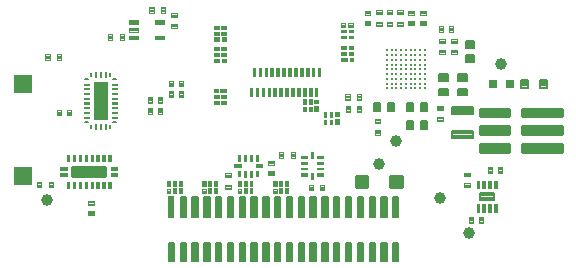
<source format=gtp>
G04 EAGLE Gerber RS-274X export*
G75*
%MOMM*%
%FSLAX34Y34*%
%LPD*%
%IN3_Solder Paste Top*%
%IPPOS*%
%AMOC8*
5,1,8,0,0,1.08239X$1,22.5*%
G01*
%ADD10R,0.800000X0.800000*%
%ADD11C,0.210000*%
%ADD12C,0.187500*%
%ADD13C,0.112500*%
%ADD14C,0.125000*%
%ADD15C,0.075000*%
%ADD16C,0.212500*%
%ADD17C,0.200000*%
%ADD18R,0.600000X1.850000*%
%ADD19C,0.150000*%
%ADD20R,1.500000X1.500000*%
%ADD21C,1.000000*%
%ADD22C,0.100000*%
%ADD23R,1.200000X3.200000*%
%ADD24C,0.250000*%
%ADD25C,0.062500*%
%ADD26C,0.050000*%
%ADD27C,0.300000*%


D10*
X442000Y164000D03*
X427000Y164000D03*
D11*
X353500Y176500D03*
X349500Y176500D03*
X345500Y176500D03*
X341500Y176500D03*
X337500Y176500D03*
X337500Y172500D03*
X337500Y168500D03*
X337500Y164500D03*
X337500Y160500D03*
X341500Y160500D03*
X345500Y160500D03*
X349500Y160500D03*
X353500Y160500D03*
X353500Y164500D03*
X353500Y168500D03*
X353500Y172500D03*
X349500Y172500D03*
X349500Y168500D03*
X349500Y164500D03*
X345500Y164500D03*
X345500Y168500D03*
X345500Y172500D03*
X341500Y172500D03*
X341500Y168500D03*
X341500Y164500D03*
X353500Y180500D03*
X353500Y184500D03*
X353500Y188500D03*
X353500Y192500D03*
X349500Y192500D03*
X345500Y192500D03*
X341500Y192500D03*
X337500Y192500D03*
X337500Y188500D03*
X337500Y184500D03*
X337500Y180500D03*
X341500Y180500D03*
X341500Y184500D03*
X341500Y188500D03*
X345500Y188500D03*
X345500Y184500D03*
X345500Y180500D03*
X349500Y180500D03*
X349500Y184500D03*
X349500Y188500D03*
X357500Y176500D03*
X361500Y176500D03*
X365500Y176500D03*
X369500Y176500D03*
X369500Y172500D03*
X369500Y168500D03*
X369500Y164500D03*
X369500Y160500D03*
X365500Y160500D03*
X361500Y160500D03*
X357500Y160500D03*
X357500Y164500D03*
X357500Y168500D03*
X357500Y172500D03*
X361500Y172500D03*
X361500Y168500D03*
X361500Y164500D03*
X365500Y164500D03*
X365500Y168500D03*
X365500Y172500D03*
X369500Y180500D03*
X369500Y184500D03*
X369500Y188500D03*
X369500Y192500D03*
X365500Y192500D03*
X361500Y192500D03*
X357500Y192500D03*
X357500Y188500D03*
X357500Y184500D03*
X357500Y180500D03*
X361500Y180500D03*
X361500Y184500D03*
X361500Y188500D03*
X365500Y188500D03*
X365500Y184500D03*
X365500Y180500D03*
D12*
X411563Y182687D02*
X411563Y188313D01*
X411563Y182687D02*
X404437Y182687D01*
X404437Y188313D01*
X411563Y188313D01*
X411563Y184468D02*
X404437Y184468D01*
X404437Y186249D02*
X411563Y186249D01*
X411563Y188030D02*
X404437Y188030D01*
X411563Y194687D02*
X411563Y200313D01*
X411563Y194687D02*
X404437Y194687D01*
X404437Y200313D01*
X411563Y200313D01*
X411563Y196468D02*
X404437Y196468D01*
X404437Y198249D02*
X411563Y198249D01*
X411563Y200030D02*
X404437Y200030D01*
D13*
X355562Y222812D02*
X355562Y226188D01*
X360438Y226188D01*
X360438Y222812D01*
X355562Y222812D01*
X355562Y223881D02*
X360438Y223881D01*
X360438Y224950D02*
X355562Y224950D01*
X355562Y226019D02*
X360438Y226019D01*
X355562Y217188D02*
X355562Y213812D01*
X355562Y217188D02*
X360438Y217188D01*
X360438Y213812D01*
X355562Y213812D01*
X355562Y214881D02*
X360438Y214881D01*
X360438Y215950D02*
X355562Y215950D01*
X355562Y217019D02*
X360438Y217019D01*
X381562Y202188D02*
X381562Y198812D01*
X381562Y202188D02*
X386438Y202188D01*
X386438Y198812D01*
X381562Y198812D01*
X381562Y199881D02*
X386438Y199881D01*
X386438Y200950D02*
X381562Y200950D01*
X381562Y202019D02*
X386438Y202019D01*
X381562Y193188D02*
X381562Y189812D01*
X381562Y193188D02*
X386438Y193188D01*
X386438Y189812D01*
X381562Y189812D01*
X381562Y190881D02*
X386438Y190881D01*
X386438Y191950D02*
X381562Y191950D01*
X381562Y193019D02*
X386438Y193019D01*
X396938Y193188D02*
X396938Y189812D01*
X392062Y189812D01*
X392062Y193188D01*
X396938Y193188D01*
X396938Y190881D02*
X392062Y190881D01*
X392062Y191950D02*
X396938Y191950D01*
X396938Y193019D02*
X392062Y193019D01*
X396938Y198812D02*
X396938Y202188D01*
X396938Y198812D02*
X392062Y198812D01*
X392062Y202188D01*
X396938Y202188D01*
X396938Y199881D02*
X392062Y199881D01*
X392062Y200950D02*
X396938Y200950D01*
X396938Y202019D02*
X392062Y202019D01*
D14*
X337125Y223125D02*
X337125Y226875D01*
X341875Y226875D01*
X341875Y223125D01*
X337125Y223125D01*
X337125Y224312D02*
X341875Y224312D01*
X341875Y225499D02*
X337125Y225499D01*
X337125Y226686D02*
X341875Y226686D01*
X337125Y216875D02*
X337125Y213125D01*
X337125Y216875D02*
X341875Y216875D01*
X341875Y213125D01*
X337125Y213125D01*
X337125Y214312D02*
X341875Y214312D01*
X341875Y215499D02*
X337125Y215499D01*
X337125Y216686D02*
X341875Y216686D01*
X350875Y216875D02*
X350875Y213125D01*
X346125Y213125D01*
X346125Y216875D01*
X350875Y216875D01*
X350875Y214312D02*
X346125Y214312D01*
X346125Y215499D02*
X350875Y215499D01*
X350875Y216686D02*
X346125Y216686D01*
X350875Y223125D02*
X350875Y226875D01*
X350875Y223125D02*
X346125Y223125D01*
X346125Y226875D01*
X350875Y226875D01*
X350875Y224312D02*
X346125Y224312D01*
X346125Y225499D02*
X350875Y225499D01*
X350875Y226686D02*
X346125Y226686D01*
X332875Y216875D02*
X332875Y213125D01*
X328125Y213125D01*
X328125Y216875D01*
X332875Y216875D01*
X332875Y214312D02*
X328125Y214312D01*
X328125Y215499D02*
X332875Y215499D01*
X332875Y216686D02*
X328125Y216686D01*
X332875Y223125D02*
X332875Y226875D01*
X332875Y223125D02*
X328125Y223125D01*
X328125Y226875D01*
X332875Y226875D01*
X332875Y224312D02*
X328125Y224312D01*
X328125Y225499D02*
X332875Y225499D01*
X332875Y226686D02*
X328125Y226686D01*
D13*
X381312Y208562D02*
X384688Y208562D01*
X381312Y208562D02*
X381312Y213438D01*
X384688Y213438D01*
X384688Y208562D01*
X384688Y209631D02*
X381312Y209631D01*
X381312Y210700D02*
X384688Y210700D01*
X384688Y211769D02*
X381312Y211769D01*
X381312Y212838D02*
X384688Y212838D01*
X390312Y208562D02*
X393688Y208562D01*
X390312Y208562D02*
X390312Y213438D01*
X393688Y213438D01*
X393688Y208562D01*
X393688Y209631D02*
X390312Y209631D01*
X390312Y210700D02*
X393688Y210700D01*
X393688Y211769D02*
X390312Y211769D01*
X390312Y212838D02*
X393688Y212838D01*
D12*
X397937Y172313D02*
X397937Y166687D01*
X397937Y172313D02*
X405063Y172313D01*
X405063Y166687D01*
X397937Y166687D01*
X397937Y168468D02*
X405063Y168468D01*
X405063Y170249D02*
X397937Y170249D01*
X397937Y172030D02*
X405063Y172030D01*
X397937Y160313D02*
X397937Y154687D01*
X397937Y160313D02*
X405063Y160313D01*
X405063Y154687D01*
X397937Y154687D01*
X397937Y156468D02*
X405063Y156468D01*
X405063Y158249D02*
X397937Y158249D01*
X397937Y160030D02*
X405063Y160030D01*
X381937Y166687D02*
X381937Y172313D01*
X389063Y172313D01*
X389063Y166687D01*
X381937Y166687D01*
X381937Y168468D02*
X389063Y168468D01*
X389063Y170249D02*
X381937Y170249D01*
X381937Y172030D02*
X389063Y172030D01*
X381937Y160313D02*
X381937Y154687D01*
X381937Y160313D02*
X389063Y160313D01*
X389063Y154687D01*
X381937Y154687D01*
X381937Y156468D02*
X389063Y156468D01*
X389063Y158249D02*
X381937Y158249D01*
X381937Y160030D02*
X389063Y160030D01*
D13*
X384938Y136188D02*
X384938Y132812D01*
X380062Y132812D01*
X380062Y136188D01*
X384938Y136188D01*
X384938Y133881D02*
X380062Y133881D01*
X380062Y134950D02*
X384938Y134950D01*
X384938Y136019D02*
X380062Y136019D01*
X384938Y141812D02*
X384938Y145188D01*
X384938Y141812D02*
X380062Y141812D01*
X380062Y145188D01*
X384938Y145188D01*
X384938Y142881D02*
X380062Y142881D01*
X380062Y143950D02*
X384938Y143950D01*
X384938Y145019D02*
X380062Y145019D01*
D12*
X359813Y125937D02*
X354187Y125937D01*
X354187Y133063D01*
X359813Y133063D01*
X359813Y125937D01*
X359813Y127718D02*
X354187Y127718D01*
X354187Y129499D02*
X359813Y129499D01*
X359813Y131280D02*
X354187Y131280D01*
X354187Y133061D02*
X359813Y133061D01*
X366187Y125937D02*
X371813Y125937D01*
X366187Y125937D02*
X366187Y133063D01*
X371813Y133063D01*
X371813Y125937D01*
X371813Y127718D02*
X366187Y127718D01*
X366187Y129499D02*
X371813Y129499D01*
X371813Y131280D02*
X366187Y131280D01*
X366187Y133061D02*
X371813Y133061D01*
X359813Y140937D02*
X354187Y140937D01*
X354187Y148063D01*
X359813Y148063D01*
X359813Y140937D01*
X359813Y142718D02*
X354187Y142718D01*
X354187Y144499D02*
X359813Y144499D01*
X359813Y146280D02*
X354187Y146280D01*
X354187Y148061D02*
X359813Y148061D01*
X366187Y140937D02*
X371813Y140937D01*
X366187Y140937D02*
X366187Y148063D01*
X371813Y148063D01*
X371813Y140937D01*
X371813Y142718D02*
X366187Y142718D01*
X366187Y144499D02*
X371813Y144499D01*
X371813Y146280D02*
X366187Y146280D01*
X366187Y148061D02*
X371813Y148061D01*
D13*
X370438Y213812D02*
X370438Y217188D01*
X370438Y213812D02*
X365562Y213812D01*
X365562Y217188D01*
X370438Y217188D01*
X370438Y214881D02*
X365562Y214881D01*
X365562Y215950D02*
X370438Y215950D01*
X370438Y217019D02*
X365562Y217019D01*
X370438Y222812D02*
X370438Y226188D01*
X370438Y222812D02*
X365562Y222812D01*
X365562Y226188D01*
X370438Y226188D01*
X370438Y223881D02*
X365562Y223881D01*
X365562Y224950D02*
X370438Y224950D01*
X370438Y226019D02*
X365562Y226019D01*
X323438Y217188D02*
X323438Y213812D01*
X318562Y213812D01*
X318562Y217188D01*
X323438Y217188D01*
X323438Y214881D02*
X318562Y214881D01*
X318562Y215950D02*
X323438Y215950D01*
X323438Y217019D02*
X318562Y217019D01*
X323438Y222812D02*
X323438Y226188D01*
X323438Y222812D02*
X318562Y222812D01*
X318562Y226188D01*
X323438Y226188D01*
X323438Y223881D02*
X318562Y223881D01*
X318562Y224950D02*
X323438Y224950D01*
X323438Y226019D02*
X318562Y226019D01*
D12*
X338187Y148063D02*
X343813Y148063D01*
X343813Y140937D01*
X338187Y140937D01*
X338187Y148063D01*
X338187Y142718D02*
X343813Y142718D01*
X343813Y144499D02*
X338187Y144499D01*
X338187Y146280D02*
X343813Y146280D01*
X343813Y148061D02*
X338187Y148061D01*
X331813Y148063D02*
X326187Y148063D01*
X331813Y148063D02*
X331813Y140937D01*
X326187Y140937D01*
X326187Y148063D01*
X326187Y142718D02*
X331813Y142718D01*
X331813Y144499D02*
X326187Y144499D01*
X326187Y146280D02*
X331813Y146280D01*
X331813Y148061D02*
X326187Y148061D01*
D14*
X315875Y155375D02*
X312125Y155375D01*
X315875Y155375D02*
X315875Y150625D01*
X312125Y150625D01*
X312125Y155375D01*
X312125Y151812D02*
X315875Y151812D01*
X315875Y152999D02*
X312125Y152999D01*
X312125Y154186D02*
X315875Y154186D01*
X315875Y155373D02*
X312125Y155373D01*
X305875Y155375D02*
X302125Y155375D01*
X305875Y155375D02*
X305875Y150625D01*
X302125Y150625D01*
X302125Y155375D01*
X302125Y151812D02*
X305875Y151812D01*
X305875Y152999D02*
X302125Y152999D01*
X302125Y154186D02*
X305875Y154186D01*
X305875Y155373D02*
X302125Y155373D01*
D15*
X278625Y160525D02*
X276375Y160525D01*
X278625Y160525D02*
X278625Y154275D01*
X276375Y154275D01*
X276375Y160525D01*
X276375Y154987D02*
X278625Y154987D01*
X278625Y155699D02*
X276375Y155699D01*
X276375Y156411D02*
X278625Y156411D01*
X278625Y157123D02*
X276375Y157123D01*
X276375Y157835D02*
X278625Y157835D01*
X278625Y158547D02*
X276375Y158547D01*
X276375Y159259D02*
X278625Y159259D01*
X278625Y159971D02*
X276375Y159971D01*
X273625Y160525D02*
X271375Y160525D01*
X273625Y160525D02*
X273625Y154275D01*
X271375Y154275D01*
X271375Y160525D01*
X271375Y154987D02*
X273625Y154987D01*
X273625Y155699D02*
X271375Y155699D01*
X271375Y156411D02*
X273625Y156411D01*
X273625Y157123D02*
X271375Y157123D01*
X271375Y157835D02*
X273625Y157835D01*
X273625Y158547D02*
X271375Y158547D01*
X271375Y159259D02*
X273625Y159259D01*
X273625Y159971D02*
X271375Y159971D01*
X268625Y160525D02*
X266375Y160525D01*
X268625Y160525D02*
X268625Y154275D01*
X266375Y154275D01*
X266375Y160525D01*
X266375Y154987D02*
X268625Y154987D01*
X268625Y155699D02*
X266375Y155699D01*
X266375Y156411D02*
X268625Y156411D01*
X268625Y157123D02*
X266375Y157123D01*
X266375Y157835D02*
X268625Y157835D01*
X268625Y158547D02*
X266375Y158547D01*
X266375Y159259D02*
X268625Y159259D01*
X268625Y159971D02*
X266375Y159971D01*
X263625Y160525D02*
X261375Y160525D01*
X263625Y160525D02*
X263625Y154275D01*
X261375Y154275D01*
X261375Y160525D01*
X261375Y154987D02*
X263625Y154987D01*
X263625Y155699D02*
X261375Y155699D01*
X261375Y156411D02*
X263625Y156411D01*
X263625Y157123D02*
X261375Y157123D01*
X261375Y157835D02*
X263625Y157835D01*
X263625Y158547D02*
X261375Y158547D01*
X261375Y159259D02*
X263625Y159259D01*
X263625Y159971D02*
X261375Y159971D01*
X258625Y160525D02*
X256375Y160525D01*
X258625Y160525D02*
X258625Y154275D01*
X256375Y154275D01*
X256375Y160525D01*
X256375Y154987D02*
X258625Y154987D01*
X258625Y155699D02*
X256375Y155699D01*
X256375Y156411D02*
X258625Y156411D01*
X258625Y157123D02*
X256375Y157123D01*
X256375Y157835D02*
X258625Y157835D01*
X258625Y158547D02*
X256375Y158547D01*
X256375Y159259D02*
X258625Y159259D01*
X258625Y159971D02*
X256375Y159971D01*
X253625Y160525D02*
X251375Y160525D01*
X253625Y160525D02*
X253625Y154275D01*
X251375Y154275D01*
X251375Y160525D01*
X251375Y154987D02*
X253625Y154987D01*
X253625Y155699D02*
X251375Y155699D01*
X251375Y156411D02*
X253625Y156411D01*
X253625Y157123D02*
X251375Y157123D01*
X251375Y157835D02*
X253625Y157835D01*
X253625Y158547D02*
X251375Y158547D01*
X251375Y159259D02*
X253625Y159259D01*
X253625Y159971D02*
X251375Y159971D01*
X248625Y160525D02*
X246375Y160525D01*
X248625Y160525D02*
X248625Y154275D01*
X246375Y154275D01*
X246375Y160525D01*
X246375Y154987D02*
X248625Y154987D01*
X248625Y155699D02*
X246375Y155699D01*
X246375Y156411D02*
X248625Y156411D01*
X248625Y157123D02*
X246375Y157123D01*
X246375Y157835D02*
X248625Y157835D01*
X248625Y158547D02*
X246375Y158547D01*
X246375Y159259D02*
X248625Y159259D01*
X248625Y159971D02*
X246375Y159971D01*
X243625Y160525D02*
X241375Y160525D01*
X243625Y160525D02*
X243625Y154275D01*
X241375Y154275D01*
X241375Y160525D01*
X241375Y154987D02*
X243625Y154987D01*
X243625Y155699D02*
X241375Y155699D01*
X241375Y156411D02*
X243625Y156411D01*
X243625Y157123D02*
X241375Y157123D01*
X241375Y157835D02*
X243625Y157835D01*
X243625Y158547D02*
X241375Y158547D01*
X241375Y159259D02*
X243625Y159259D01*
X243625Y159971D02*
X241375Y159971D01*
X238625Y160525D02*
X236375Y160525D01*
X238625Y160525D02*
X238625Y154275D01*
X236375Y154275D01*
X236375Y160525D01*
X236375Y154987D02*
X238625Y154987D01*
X238625Y155699D02*
X236375Y155699D01*
X236375Y156411D02*
X238625Y156411D01*
X238625Y157123D02*
X236375Y157123D01*
X236375Y157835D02*
X238625Y157835D01*
X238625Y158547D02*
X236375Y158547D01*
X236375Y159259D02*
X238625Y159259D01*
X238625Y159971D02*
X236375Y159971D01*
X233625Y160525D02*
X231375Y160525D01*
X233625Y160525D02*
X233625Y154275D01*
X231375Y154275D01*
X231375Y160525D01*
X231375Y154987D02*
X233625Y154987D01*
X233625Y155699D02*
X231375Y155699D01*
X231375Y156411D02*
X233625Y156411D01*
X233625Y157123D02*
X231375Y157123D01*
X231375Y157835D02*
X233625Y157835D01*
X233625Y158547D02*
X231375Y158547D01*
X231375Y159259D02*
X233625Y159259D01*
X233625Y159971D02*
X231375Y159971D01*
X228625Y160525D02*
X226375Y160525D01*
X228625Y160525D02*
X228625Y154275D01*
X226375Y154275D01*
X226375Y160525D01*
X226375Y154987D02*
X228625Y154987D01*
X228625Y155699D02*
X226375Y155699D01*
X226375Y156411D02*
X228625Y156411D01*
X228625Y157123D02*
X226375Y157123D01*
X226375Y157835D02*
X228625Y157835D01*
X228625Y158547D02*
X226375Y158547D01*
X226375Y159259D02*
X228625Y159259D01*
X228625Y159971D02*
X226375Y159971D01*
X223625Y160525D02*
X221375Y160525D01*
X223625Y160525D02*
X223625Y154275D01*
X221375Y154275D01*
X221375Y160525D01*
X221375Y154987D02*
X223625Y154987D01*
X223625Y155699D02*
X221375Y155699D01*
X221375Y156411D02*
X223625Y156411D01*
X223625Y157123D02*
X221375Y157123D01*
X221375Y157835D02*
X223625Y157835D01*
X223625Y158547D02*
X221375Y158547D01*
X221375Y159259D02*
X223625Y159259D01*
X223625Y159971D02*
X221375Y159971D01*
X248875Y177525D02*
X251125Y177525D01*
X251125Y171275D01*
X248875Y171275D01*
X248875Y177525D01*
X248875Y171987D02*
X251125Y171987D01*
X251125Y172699D02*
X248875Y172699D01*
X248875Y173411D02*
X251125Y173411D01*
X251125Y174123D02*
X248875Y174123D01*
X248875Y174835D02*
X251125Y174835D01*
X251125Y175547D02*
X248875Y175547D01*
X248875Y176259D02*
X251125Y176259D01*
X251125Y176971D02*
X248875Y176971D01*
X226125Y177525D02*
X223875Y177525D01*
X226125Y177525D02*
X226125Y171275D01*
X223875Y171275D01*
X223875Y177525D01*
X223875Y171987D02*
X226125Y171987D01*
X226125Y172699D02*
X223875Y172699D01*
X223875Y173411D02*
X226125Y173411D01*
X226125Y174123D02*
X223875Y174123D01*
X223875Y174835D02*
X226125Y174835D01*
X226125Y175547D02*
X223875Y175547D01*
X223875Y176259D02*
X226125Y176259D01*
X226125Y176971D02*
X223875Y176971D01*
X228875Y177525D02*
X231125Y177525D01*
X231125Y171275D01*
X228875Y171275D01*
X228875Y177525D01*
X228875Y171987D02*
X231125Y171987D01*
X231125Y172699D02*
X228875Y172699D01*
X228875Y173411D02*
X231125Y173411D01*
X231125Y174123D02*
X228875Y174123D01*
X228875Y174835D02*
X231125Y174835D01*
X231125Y175547D02*
X228875Y175547D01*
X228875Y176259D02*
X231125Y176259D01*
X231125Y176971D02*
X228875Y176971D01*
X233875Y177525D02*
X236125Y177525D01*
X236125Y171275D01*
X233875Y171275D01*
X233875Y177525D01*
X233875Y171987D02*
X236125Y171987D01*
X236125Y172699D02*
X233875Y172699D01*
X233875Y173411D02*
X236125Y173411D01*
X236125Y174123D02*
X233875Y174123D01*
X233875Y174835D02*
X236125Y174835D01*
X236125Y175547D02*
X233875Y175547D01*
X233875Y176259D02*
X236125Y176259D01*
X236125Y176971D02*
X233875Y176971D01*
X238875Y177525D02*
X241125Y177525D01*
X241125Y171275D01*
X238875Y171275D01*
X238875Y177525D01*
X238875Y171987D02*
X241125Y171987D01*
X241125Y172699D02*
X238875Y172699D01*
X238875Y173411D02*
X241125Y173411D01*
X241125Y174123D02*
X238875Y174123D01*
X238875Y174835D02*
X241125Y174835D01*
X241125Y175547D02*
X238875Y175547D01*
X238875Y176259D02*
X241125Y176259D01*
X241125Y176971D02*
X238875Y176971D01*
X243875Y177525D02*
X246125Y177525D01*
X246125Y171275D01*
X243875Y171275D01*
X243875Y177525D01*
X243875Y171987D02*
X246125Y171987D01*
X246125Y172699D02*
X243875Y172699D01*
X243875Y173411D02*
X246125Y173411D01*
X246125Y174123D02*
X243875Y174123D01*
X243875Y174835D02*
X246125Y174835D01*
X246125Y175547D02*
X243875Y175547D01*
X243875Y176259D02*
X246125Y176259D01*
X246125Y176971D02*
X243875Y176971D01*
X253875Y177525D02*
X256125Y177525D01*
X256125Y171275D01*
X253875Y171275D01*
X253875Y177525D01*
X253875Y171987D02*
X256125Y171987D01*
X256125Y172699D02*
X253875Y172699D01*
X253875Y173411D02*
X256125Y173411D01*
X256125Y174123D02*
X253875Y174123D01*
X253875Y174835D02*
X256125Y174835D01*
X256125Y175547D02*
X253875Y175547D01*
X253875Y176259D02*
X256125Y176259D01*
X256125Y176971D02*
X253875Y176971D01*
X258875Y177525D02*
X261125Y177525D01*
X261125Y171275D01*
X258875Y171275D01*
X258875Y177525D01*
X258875Y171987D02*
X261125Y171987D01*
X261125Y172699D02*
X258875Y172699D01*
X258875Y173411D02*
X261125Y173411D01*
X261125Y174123D02*
X258875Y174123D01*
X258875Y174835D02*
X261125Y174835D01*
X261125Y175547D02*
X258875Y175547D01*
X258875Y176259D02*
X261125Y176259D01*
X261125Y176971D02*
X258875Y176971D01*
X263875Y177525D02*
X266125Y177525D01*
X266125Y171275D01*
X263875Y171275D01*
X263875Y177525D01*
X263875Y171987D02*
X266125Y171987D01*
X266125Y172699D02*
X263875Y172699D01*
X263875Y173411D02*
X266125Y173411D01*
X266125Y174123D02*
X263875Y174123D01*
X263875Y174835D02*
X266125Y174835D01*
X266125Y175547D02*
X263875Y175547D01*
X263875Y176259D02*
X266125Y176259D01*
X266125Y176971D02*
X263875Y176971D01*
X268875Y177525D02*
X271125Y177525D01*
X271125Y171275D01*
X268875Y171275D01*
X268875Y177525D01*
X268875Y171987D02*
X271125Y171987D01*
X271125Y172699D02*
X268875Y172699D01*
X268875Y173411D02*
X271125Y173411D01*
X271125Y174123D02*
X268875Y174123D01*
X268875Y174835D02*
X271125Y174835D01*
X271125Y175547D02*
X268875Y175547D01*
X268875Y176259D02*
X271125Y176259D01*
X271125Y176971D02*
X268875Y176971D01*
X273875Y177525D02*
X276125Y177525D01*
X276125Y171275D01*
X273875Y171275D01*
X273875Y177525D01*
X273875Y171987D02*
X276125Y171987D01*
X276125Y172699D02*
X273875Y172699D01*
X273875Y173411D02*
X276125Y173411D01*
X276125Y174123D02*
X273875Y174123D01*
X273875Y174835D02*
X276125Y174835D01*
X276125Y175547D02*
X273875Y175547D01*
X273875Y176259D02*
X276125Y176259D01*
X276125Y176971D02*
X273875Y176971D01*
X278875Y177525D02*
X281125Y177525D01*
X281125Y171275D01*
X278875Y171275D01*
X278875Y177525D01*
X278875Y171987D02*
X281125Y171987D01*
X281125Y172699D02*
X278875Y172699D01*
X278875Y173411D02*
X281125Y173411D01*
X281125Y174123D02*
X278875Y174123D01*
X278875Y174835D02*
X281125Y174835D01*
X281125Y175547D02*
X278875Y175547D01*
X278875Y176259D02*
X281125Y176259D01*
X281125Y176971D02*
X278875Y176971D01*
D16*
X452062Y128188D02*
X485438Y128188D01*
X485438Y121812D01*
X452062Y121812D01*
X452062Y128188D01*
X452062Y123831D02*
X485438Y123831D01*
X485438Y125850D02*
X452062Y125850D01*
X452062Y127869D02*
X485438Y127869D01*
X485438Y113188D02*
X452062Y113188D01*
X485438Y113188D02*
X485438Y106812D01*
X452062Y106812D01*
X452062Y113188D01*
X452062Y108831D02*
X485438Y108831D01*
X485438Y110850D02*
X452062Y110850D01*
X452062Y112869D02*
X485438Y112869D01*
X485438Y143188D02*
X452062Y143188D01*
X485438Y143188D02*
X485438Y136812D01*
X452062Y136812D01*
X452062Y143188D01*
X452062Y138831D02*
X485438Y138831D01*
X485438Y140850D02*
X452062Y140850D01*
X452062Y142869D02*
X485438Y142869D01*
X440938Y113188D02*
X416562Y113188D01*
X440938Y113188D02*
X440938Y106812D01*
X416562Y106812D01*
X416562Y113188D01*
X416562Y108831D02*
X440938Y108831D01*
X440938Y110850D02*
X416562Y110850D01*
X416562Y112869D02*
X440938Y112869D01*
X440938Y128188D02*
X416562Y128188D01*
X440938Y128188D02*
X440938Y121812D01*
X416562Y121812D01*
X416562Y128188D01*
X416562Y123831D02*
X440938Y123831D01*
X440938Y125850D02*
X416562Y125850D01*
X416562Y127869D02*
X440938Y127869D01*
X440938Y143188D02*
X416562Y143188D01*
X440938Y143188D02*
X440938Y136812D01*
X416562Y136812D01*
X416562Y143188D01*
X416562Y138831D02*
X440938Y138831D01*
X440938Y140850D02*
X416562Y140850D01*
X416562Y142869D02*
X440938Y142869D01*
D17*
X410500Y138500D02*
X392500Y138500D01*
X392500Y144500D01*
X410500Y144500D01*
X410500Y138500D01*
X410500Y140400D02*
X392500Y140400D01*
X392500Y142300D02*
X410500Y142300D01*
X410500Y144200D02*
X392500Y144200D01*
X392500Y118500D02*
X410500Y118500D01*
X392500Y118500D02*
X392500Y124500D01*
X410500Y124500D01*
X410500Y118500D01*
X410500Y120400D02*
X392500Y120400D01*
X392500Y122300D02*
X410500Y122300D01*
X410500Y124200D02*
X392500Y124200D01*
D18*
X155000Y59750D03*
D19*
X167250Y68250D02*
X167250Y51250D01*
X162750Y51250D01*
X162750Y68250D01*
X167250Y68250D01*
X167250Y52675D02*
X162750Y52675D01*
X162750Y54100D02*
X167250Y54100D01*
X167250Y55525D02*
X162750Y55525D01*
X162750Y56950D02*
X167250Y56950D01*
X167250Y58375D02*
X162750Y58375D01*
X162750Y59800D02*
X167250Y59800D01*
X167250Y61225D02*
X162750Y61225D01*
X162750Y62650D02*
X167250Y62650D01*
X167250Y64075D02*
X162750Y64075D01*
X162750Y65500D02*
X167250Y65500D01*
X167250Y66925D02*
X162750Y66925D01*
X177250Y68250D02*
X177250Y51250D01*
X172750Y51250D01*
X172750Y68250D01*
X177250Y68250D01*
X177250Y52675D02*
X172750Y52675D01*
X172750Y54100D02*
X177250Y54100D01*
X177250Y55525D02*
X172750Y55525D01*
X172750Y56950D02*
X177250Y56950D01*
X177250Y58375D02*
X172750Y58375D01*
X172750Y59800D02*
X177250Y59800D01*
X177250Y61225D02*
X172750Y61225D01*
X172750Y62650D02*
X177250Y62650D01*
X177250Y64075D02*
X172750Y64075D01*
X172750Y65500D02*
X177250Y65500D01*
X177250Y66925D02*
X172750Y66925D01*
X187250Y68250D02*
X187250Y51250D01*
X182750Y51250D01*
X182750Y68250D01*
X187250Y68250D01*
X187250Y52675D02*
X182750Y52675D01*
X182750Y54100D02*
X187250Y54100D01*
X187250Y55525D02*
X182750Y55525D01*
X182750Y56950D02*
X187250Y56950D01*
X187250Y58375D02*
X182750Y58375D01*
X182750Y59800D02*
X187250Y59800D01*
X187250Y61225D02*
X182750Y61225D01*
X182750Y62650D02*
X187250Y62650D01*
X187250Y64075D02*
X182750Y64075D01*
X182750Y65500D02*
X187250Y65500D01*
X187250Y66925D02*
X182750Y66925D01*
X197250Y68250D02*
X197250Y51250D01*
X192750Y51250D01*
X192750Y68250D01*
X197250Y68250D01*
X197250Y52675D02*
X192750Y52675D01*
X192750Y54100D02*
X197250Y54100D01*
X197250Y55525D02*
X192750Y55525D01*
X192750Y56950D02*
X197250Y56950D01*
X197250Y58375D02*
X192750Y58375D01*
X192750Y59800D02*
X197250Y59800D01*
X197250Y61225D02*
X192750Y61225D01*
X192750Y62650D02*
X197250Y62650D01*
X197250Y64075D02*
X192750Y64075D01*
X192750Y65500D02*
X197250Y65500D01*
X197250Y66925D02*
X192750Y66925D01*
X207250Y68250D02*
X207250Y51250D01*
X202750Y51250D01*
X202750Y68250D01*
X207250Y68250D01*
X207250Y52675D02*
X202750Y52675D01*
X202750Y54100D02*
X207250Y54100D01*
X207250Y55525D02*
X202750Y55525D01*
X202750Y56950D02*
X207250Y56950D01*
X207250Y58375D02*
X202750Y58375D01*
X202750Y59800D02*
X207250Y59800D01*
X207250Y61225D02*
X202750Y61225D01*
X202750Y62650D02*
X207250Y62650D01*
X207250Y64075D02*
X202750Y64075D01*
X202750Y65500D02*
X207250Y65500D01*
X207250Y66925D02*
X202750Y66925D01*
X217250Y68250D02*
X217250Y51250D01*
X212750Y51250D01*
X212750Y68250D01*
X217250Y68250D01*
X217250Y52675D02*
X212750Y52675D01*
X212750Y54100D02*
X217250Y54100D01*
X217250Y55525D02*
X212750Y55525D01*
X212750Y56950D02*
X217250Y56950D01*
X217250Y58375D02*
X212750Y58375D01*
X212750Y59800D02*
X217250Y59800D01*
X217250Y61225D02*
X212750Y61225D01*
X212750Y62650D02*
X217250Y62650D01*
X217250Y64075D02*
X212750Y64075D01*
X212750Y65500D02*
X217250Y65500D01*
X217250Y66925D02*
X212750Y66925D01*
X227250Y68250D02*
X227250Y51250D01*
X222750Y51250D01*
X222750Y68250D01*
X227250Y68250D01*
X227250Y52675D02*
X222750Y52675D01*
X222750Y54100D02*
X227250Y54100D01*
X227250Y55525D02*
X222750Y55525D01*
X222750Y56950D02*
X227250Y56950D01*
X227250Y58375D02*
X222750Y58375D01*
X222750Y59800D02*
X227250Y59800D01*
X227250Y61225D02*
X222750Y61225D01*
X222750Y62650D02*
X227250Y62650D01*
X227250Y64075D02*
X222750Y64075D01*
X222750Y65500D02*
X227250Y65500D01*
X227250Y66925D02*
X222750Y66925D01*
X237250Y68250D02*
X237250Y51250D01*
X232750Y51250D01*
X232750Y68250D01*
X237250Y68250D01*
X237250Y52675D02*
X232750Y52675D01*
X232750Y54100D02*
X237250Y54100D01*
X237250Y55525D02*
X232750Y55525D01*
X232750Y56950D02*
X237250Y56950D01*
X237250Y58375D02*
X232750Y58375D01*
X232750Y59800D02*
X237250Y59800D01*
X237250Y61225D02*
X232750Y61225D01*
X232750Y62650D02*
X237250Y62650D01*
X237250Y64075D02*
X232750Y64075D01*
X232750Y65500D02*
X237250Y65500D01*
X237250Y66925D02*
X232750Y66925D01*
X247250Y68250D02*
X247250Y51250D01*
X242750Y51250D01*
X242750Y68250D01*
X247250Y68250D01*
X247250Y52675D02*
X242750Y52675D01*
X242750Y54100D02*
X247250Y54100D01*
X247250Y55525D02*
X242750Y55525D01*
X242750Y56950D02*
X247250Y56950D01*
X247250Y58375D02*
X242750Y58375D01*
X242750Y59800D02*
X247250Y59800D01*
X247250Y61225D02*
X242750Y61225D01*
X242750Y62650D02*
X247250Y62650D01*
X247250Y64075D02*
X242750Y64075D01*
X242750Y65500D02*
X247250Y65500D01*
X247250Y66925D02*
X242750Y66925D01*
X257250Y68250D02*
X257250Y51250D01*
X252750Y51250D01*
X252750Y68250D01*
X257250Y68250D01*
X257250Y52675D02*
X252750Y52675D01*
X252750Y54100D02*
X257250Y54100D01*
X257250Y55525D02*
X252750Y55525D01*
X252750Y56950D02*
X257250Y56950D01*
X257250Y58375D02*
X252750Y58375D01*
X252750Y59800D02*
X257250Y59800D01*
X257250Y61225D02*
X252750Y61225D01*
X252750Y62650D02*
X257250Y62650D01*
X257250Y64075D02*
X252750Y64075D01*
X252750Y65500D02*
X257250Y65500D01*
X257250Y66925D02*
X252750Y66925D01*
X267250Y68250D02*
X267250Y51250D01*
X262750Y51250D01*
X262750Y68250D01*
X267250Y68250D01*
X267250Y52675D02*
X262750Y52675D01*
X262750Y54100D02*
X267250Y54100D01*
X267250Y55525D02*
X262750Y55525D01*
X262750Y56950D02*
X267250Y56950D01*
X267250Y58375D02*
X262750Y58375D01*
X262750Y59800D02*
X267250Y59800D01*
X267250Y61225D02*
X262750Y61225D01*
X262750Y62650D02*
X267250Y62650D01*
X267250Y64075D02*
X262750Y64075D01*
X262750Y65500D02*
X267250Y65500D01*
X267250Y66925D02*
X262750Y66925D01*
X277250Y68250D02*
X277250Y51250D01*
X272750Y51250D01*
X272750Y68250D01*
X277250Y68250D01*
X277250Y52675D02*
X272750Y52675D01*
X272750Y54100D02*
X277250Y54100D01*
X277250Y55525D02*
X272750Y55525D01*
X272750Y56950D02*
X277250Y56950D01*
X277250Y58375D02*
X272750Y58375D01*
X272750Y59800D02*
X277250Y59800D01*
X277250Y61225D02*
X272750Y61225D01*
X272750Y62650D02*
X277250Y62650D01*
X277250Y64075D02*
X272750Y64075D01*
X272750Y65500D02*
X277250Y65500D01*
X277250Y66925D02*
X272750Y66925D01*
X287250Y68250D02*
X287250Y51250D01*
X282750Y51250D01*
X282750Y68250D01*
X287250Y68250D01*
X287250Y52675D02*
X282750Y52675D01*
X282750Y54100D02*
X287250Y54100D01*
X287250Y55525D02*
X282750Y55525D01*
X282750Y56950D02*
X287250Y56950D01*
X287250Y58375D02*
X282750Y58375D01*
X282750Y59800D02*
X287250Y59800D01*
X287250Y61225D02*
X282750Y61225D01*
X282750Y62650D02*
X287250Y62650D01*
X287250Y64075D02*
X282750Y64075D01*
X282750Y65500D02*
X287250Y65500D01*
X287250Y66925D02*
X282750Y66925D01*
X297250Y68250D02*
X297250Y51250D01*
X292750Y51250D01*
X292750Y68250D01*
X297250Y68250D01*
X297250Y52675D02*
X292750Y52675D01*
X292750Y54100D02*
X297250Y54100D01*
X297250Y55525D02*
X292750Y55525D01*
X292750Y56950D02*
X297250Y56950D01*
X297250Y58375D02*
X292750Y58375D01*
X292750Y59800D02*
X297250Y59800D01*
X297250Y61225D02*
X292750Y61225D01*
X292750Y62650D02*
X297250Y62650D01*
X297250Y64075D02*
X292750Y64075D01*
X292750Y65500D02*
X297250Y65500D01*
X297250Y66925D02*
X292750Y66925D01*
X307250Y68250D02*
X307250Y51250D01*
X302750Y51250D01*
X302750Y68250D01*
X307250Y68250D01*
X307250Y52675D02*
X302750Y52675D01*
X302750Y54100D02*
X307250Y54100D01*
X307250Y55525D02*
X302750Y55525D01*
X302750Y56950D02*
X307250Y56950D01*
X307250Y58375D02*
X302750Y58375D01*
X302750Y59800D02*
X307250Y59800D01*
X307250Y61225D02*
X302750Y61225D01*
X302750Y62650D02*
X307250Y62650D01*
X307250Y64075D02*
X302750Y64075D01*
X302750Y65500D02*
X307250Y65500D01*
X307250Y66925D02*
X302750Y66925D01*
X317250Y68250D02*
X317250Y51250D01*
X312750Y51250D01*
X312750Y68250D01*
X317250Y68250D01*
X317250Y52675D02*
X312750Y52675D01*
X312750Y54100D02*
X317250Y54100D01*
X317250Y55525D02*
X312750Y55525D01*
X312750Y56950D02*
X317250Y56950D01*
X317250Y58375D02*
X312750Y58375D01*
X312750Y59800D02*
X317250Y59800D01*
X317250Y61225D02*
X312750Y61225D01*
X312750Y62650D02*
X317250Y62650D01*
X317250Y64075D02*
X312750Y64075D01*
X312750Y65500D02*
X317250Y65500D01*
X317250Y66925D02*
X312750Y66925D01*
X327250Y68250D02*
X327250Y51250D01*
X322750Y51250D01*
X322750Y68250D01*
X327250Y68250D01*
X327250Y52675D02*
X322750Y52675D01*
X322750Y54100D02*
X327250Y54100D01*
X327250Y55525D02*
X322750Y55525D01*
X322750Y56950D02*
X327250Y56950D01*
X327250Y58375D02*
X322750Y58375D01*
X322750Y59800D02*
X327250Y59800D01*
X327250Y61225D02*
X322750Y61225D01*
X322750Y62650D02*
X327250Y62650D01*
X327250Y64075D02*
X322750Y64075D01*
X322750Y65500D02*
X327250Y65500D01*
X327250Y66925D02*
X322750Y66925D01*
X337250Y68250D02*
X337250Y51250D01*
X332750Y51250D01*
X332750Y68250D01*
X337250Y68250D01*
X337250Y52675D02*
X332750Y52675D01*
X332750Y54100D02*
X337250Y54100D01*
X337250Y55525D02*
X332750Y55525D01*
X332750Y56950D02*
X337250Y56950D01*
X337250Y58375D02*
X332750Y58375D01*
X332750Y59800D02*
X337250Y59800D01*
X337250Y61225D02*
X332750Y61225D01*
X332750Y62650D02*
X337250Y62650D01*
X337250Y64075D02*
X332750Y64075D01*
X332750Y65500D02*
X337250Y65500D01*
X337250Y66925D02*
X332750Y66925D01*
X347250Y68250D02*
X347250Y51250D01*
X342750Y51250D01*
X342750Y68250D01*
X347250Y68250D01*
X347250Y52675D02*
X342750Y52675D01*
X342750Y54100D02*
X347250Y54100D01*
X347250Y55525D02*
X342750Y55525D01*
X342750Y56950D02*
X347250Y56950D01*
X347250Y58375D02*
X342750Y58375D01*
X342750Y59800D02*
X347250Y59800D01*
X347250Y61225D02*
X342750Y61225D01*
X342750Y62650D02*
X347250Y62650D01*
X347250Y64075D02*
X342750Y64075D01*
X342750Y65500D02*
X347250Y65500D01*
X347250Y66925D02*
X342750Y66925D01*
X157250Y29500D02*
X157250Y14500D01*
X152750Y14500D01*
X152750Y29500D01*
X157250Y29500D01*
X157250Y15925D02*
X152750Y15925D01*
X152750Y17350D02*
X157250Y17350D01*
X157250Y18775D02*
X152750Y18775D01*
X152750Y20200D02*
X157250Y20200D01*
X157250Y21625D02*
X152750Y21625D01*
X152750Y23050D02*
X157250Y23050D01*
X157250Y24475D02*
X152750Y24475D01*
X152750Y25900D02*
X157250Y25900D01*
X157250Y27325D02*
X152750Y27325D01*
X152750Y28750D02*
X157250Y28750D01*
X167250Y29500D02*
X167250Y14500D01*
X162750Y14500D01*
X162750Y29500D01*
X167250Y29500D01*
X167250Y15925D02*
X162750Y15925D01*
X162750Y17350D02*
X167250Y17350D01*
X167250Y18775D02*
X162750Y18775D01*
X162750Y20200D02*
X167250Y20200D01*
X167250Y21625D02*
X162750Y21625D01*
X162750Y23050D02*
X167250Y23050D01*
X167250Y24475D02*
X162750Y24475D01*
X162750Y25900D02*
X167250Y25900D01*
X167250Y27325D02*
X162750Y27325D01*
X162750Y28750D02*
X167250Y28750D01*
X177250Y29500D02*
X177250Y14500D01*
X172750Y14500D01*
X172750Y29500D01*
X177250Y29500D01*
X177250Y15925D02*
X172750Y15925D01*
X172750Y17350D02*
X177250Y17350D01*
X177250Y18775D02*
X172750Y18775D01*
X172750Y20200D02*
X177250Y20200D01*
X177250Y21625D02*
X172750Y21625D01*
X172750Y23050D02*
X177250Y23050D01*
X177250Y24475D02*
X172750Y24475D01*
X172750Y25900D02*
X177250Y25900D01*
X177250Y27325D02*
X172750Y27325D01*
X172750Y28750D02*
X177250Y28750D01*
X187250Y29500D02*
X187250Y14500D01*
X182750Y14500D01*
X182750Y29500D01*
X187250Y29500D01*
X187250Y15925D02*
X182750Y15925D01*
X182750Y17350D02*
X187250Y17350D01*
X187250Y18775D02*
X182750Y18775D01*
X182750Y20200D02*
X187250Y20200D01*
X187250Y21625D02*
X182750Y21625D01*
X182750Y23050D02*
X187250Y23050D01*
X187250Y24475D02*
X182750Y24475D01*
X182750Y25900D02*
X187250Y25900D01*
X187250Y27325D02*
X182750Y27325D01*
X182750Y28750D02*
X187250Y28750D01*
X197250Y29500D02*
X197250Y14500D01*
X192750Y14500D01*
X192750Y29500D01*
X197250Y29500D01*
X197250Y15925D02*
X192750Y15925D01*
X192750Y17350D02*
X197250Y17350D01*
X197250Y18775D02*
X192750Y18775D01*
X192750Y20200D02*
X197250Y20200D01*
X197250Y21625D02*
X192750Y21625D01*
X192750Y23050D02*
X197250Y23050D01*
X197250Y24475D02*
X192750Y24475D01*
X192750Y25900D02*
X197250Y25900D01*
X197250Y27325D02*
X192750Y27325D01*
X192750Y28750D02*
X197250Y28750D01*
X207250Y29500D02*
X207250Y14500D01*
X202750Y14500D01*
X202750Y29500D01*
X207250Y29500D01*
X207250Y15925D02*
X202750Y15925D01*
X202750Y17350D02*
X207250Y17350D01*
X207250Y18775D02*
X202750Y18775D01*
X202750Y20200D02*
X207250Y20200D01*
X207250Y21625D02*
X202750Y21625D01*
X202750Y23050D02*
X207250Y23050D01*
X207250Y24475D02*
X202750Y24475D01*
X202750Y25900D02*
X207250Y25900D01*
X207250Y27325D02*
X202750Y27325D01*
X202750Y28750D02*
X207250Y28750D01*
X217250Y29500D02*
X217250Y14500D01*
X212750Y14500D01*
X212750Y29500D01*
X217250Y29500D01*
X217250Y15925D02*
X212750Y15925D01*
X212750Y17350D02*
X217250Y17350D01*
X217250Y18775D02*
X212750Y18775D01*
X212750Y20200D02*
X217250Y20200D01*
X217250Y21625D02*
X212750Y21625D01*
X212750Y23050D02*
X217250Y23050D01*
X217250Y24475D02*
X212750Y24475D01*
X212750Y25900D02*
X217250Y25900D01*
X217250Y27325D02*
X212750Y27325D01*
X212750Y28750D02*
X217250Y28750D01*
X227250Y29500D02*
X227250Y14500D01*
X222750Y14500D01*
X222750Y29500D01*
X227250Y29500D01*
X227250Y15925D02*
X222750Y15925D01*
X222750Y17350D02*
X227250Y17350D01*
X227250Y18775D02*
X222750Y18775D01*
X222750Y20200D02*
X227250Y20200D01*
X227250Y21625D02*
X222750Y21625D01*
X222750Y23050D02*
X227250Y23050D01*
X227250Y24475D02*
X222750Y24475D01*
X222750Y25900D02*
X227250Y25900D01*
X227250Y27325D02*
X222750Y27325D01*
X222750Y28750D02*
X227250Y28750D01*
X237250Y29500D02*
X237250Y14500D01*
X232750Y14500D01*
X232750Y29500D01*
X237250Y29500D01*
X237250Y15925D02*
X232750Y15925D01*
X232750Y17350D02*
X237250Y17350D01*
X237250Y18775D02*
X232750Y18775D01*
X232750Y20200D02*
X237250Y20200D01*
X237250Y21625D02*
X232750Y21625D01*
X232750Y23050D02*
X237250Y23050D01*
X237250Y24475D02*
X232750Y24475D01*
X232750Y25900D02*
X237250Y25900D01*
X237250Y27325D02*
X232750Y27325D01*
X232750Y28750D02*
X237250Y28750D01*
X247250Y29500D02*
X247250Y14500D01*
X242750Y14500D01*
X242750Y29500D01*
X247250Y29500D01*
X247250Y15925D02*
X242750Y15925D01*
X242750Y17350D02*
X247250Y17350D01*
X247250Y18775D02*
X242750Y18775D01*
X242750Y20200D02*
X247250Y20200D01*
X247250Y21625D02*
X242750Y21625D01*
X242750Y23050D02*
X247250Y23050D01*
X247250Y24475D02*
X242750Y24475D01*
X242750Y25900D02*
X247250Y25900D01*
X247250Y27325D02*
X242750Y27325D01*
X242750Y28750D02*
X247250Y28750D01*
X257250Y29500D02*
X257250Y14500D01*
X252750Y14500D01*
X252750Y29500D01*
X257250Y29500D01*
X257250Y15925D02*
X252750Y15925D01*
X252750Y17350D02*
X257250Y17350D01*
X257250Y18775D02*
X252750Y18775D01*
X252750Y20200D02*
X257250Y20200D01*
X257250Y21625D02*
X252750Y21625D01*
X252750Y23050D02*
X257250Y23050D01*
X257250Y24475D02*
X252750Y24475D01*
X252750Y25900D02*
X257250Y25900D01*
X257250Y27325D02*
X252750Y27325D01*
X252750Y28750D02*
X257250Y28750D01*
X267250Y29500D02*
X267250Y14500D01*
X262750Y14500D01*
X262750Y29500D01*
X267250Y29500D01*
X267250Y15925D02*
X262750Y15925D01*
X262750Y17350D02*
X267250Y17350D01*
X267250Y18775D02*
X262750Y18775D01*
X262750Y20200D02*
X267250Y20200D01*
X267250Y21625D02*
X262750Y21625D01*
X262750Y23050D02*
X267250Y23050D01*
X267250Y24475D02*
X262750Y24475D01*
X262750Y25900D02*
X267250Y25900D01*
X267250Y27325D02*
X262750Y27325D01*
X262750Y28750D02*
X267250Y28750D01*
X277250Y29500D02*
X277250Y14500D01*
X272750Y14500D01*
X272750Y29500D01*
X277250Y29500D01*
X277250Y15925D02*
X272750Y15925D01*
X272750Y17350D02*
X277250Y17350D01*
X277250Y18775D02*
X272750Y18775D01*
X272750Y20200D02*
X277250Y20200D01*
X277250Y21625D02*
X272750Y21625D01*
X272750Y23050D02*
X277250Y23050D01*
X277250Y24475D02*
X272750Y24475D01*
X272750Y25900D02*
X277250Y25900D01*
X277250Y27325D02*
X272750Y27325D01*
X272750Y28750D02*
X277250Y28750D01*
X287250Y29500D02*
X287250Y14500D01*
X282750Y14500D01*
X282750Y29500D01*
X287250Y29500D01*
X287250Y15925D02*
X282750Y15925D01*
X282750Y17350D02*
X287250Y17350D01*
X287250Y18775D02*
X282750Y18775D01*
X282750Y20200D02*
X287250Y20200D01*
X287250Y21625D02*
X282750Y21625D01*
X282750Y23050D02*
X287250Y23050D01*
X287250Y24475D02*
X282750Y24475D01*
X282750Y25900D02*
X287250Y25900D01*
X287250Y27325D02*
X282750Y27325D01*
X282750Y28750D02*
X287250Y28750D01*
X297250Y29500D02*
X297250Y14500D01*
X292750Y14500D01*
X292750Y29500D01*
X297250Y29500D01*
X297250Y15925D02*
X292750Y15925D01*
X292750Y17350D02*
X297250Y17350D01*
X297250Y18775D02*
X292750Y18775D01*
X292750Y20200D02*
X297250Y20200D01*
X297250Y21625D02*
X292750Y21625D01*
X292750Y23050D02*
X297250Y23050D01*
X297250Y24475D02*
X292750Y24475D01*
X292750Y25900D02*
X297250Y25900D01*
X297250Y27325D02*
X292750Y27325D01*
X292750Y28750D02*
X297250Y28750D01*
X307250Y29500D02*
X307250Y14500D01*
X302750Y14500D01*
X302750Y29500D01*
X307250Y29500D01*
X307250Y15925D02*
X302750Y15925D01*
X302750Y17350D02*
X307250Y17350D01*
X307250Y18775D02*
X302750Y18775D01*
X302750Y20200D02*
X307250Y20200D01*
X307250Y21625D02*
X302750Y21625D01*
X302750Y23050D02*
X307250Y23050D01*
X307250Y24475D02*
X302750Y24475D01*
X302750Y25900D02*
X307250Y25900D01*
X307250Y27325D02*
X302750Y27325D01*
X302750Y28750D02*
X307250Y28750D01*
X317250Y29500D02*
X317250Y14500D01*
X312750Y14500D01*
X312750Y29500D01*
X317250Y29500D01*
X317250Y15925D02*
X312750Y15925D01*
X312750Y17350D02*
X317250Y17350D01*
X317250Y18775D02*
X312750Y18775D01*
X312750Y20200D02*
X317250Y20200D01*
X317250Y21625D02*
X312750Y21625D01*
X312750Y23050D02*
X317250Y23050D01*
X317250Y24475D02*
X312750Y24475D01*
X312750Y25900D02*
X317250Y25900D01*
X317250Y27325D02*
X312750Y27325D01*
X312750Y28750D02*
X317250Y28750D01*
X327250Y29500D02*
X327250Y14500D01*
X322750Y14500D01*
X322750Y29500D01*
X327250Y29500D01*
X327250Y15925D02*
X322750Y15925D01*
X322750Y17350D02*
X327250Y17350D01*
X327250Y18775D02*
X322750Y18775D01*
X322750Y20200D02*
X327250Y20200D01*
X327250Y21625D02*
X322750Y21625D01*
X322750Y23050D02*
X327250Y23050D01*
X327250Y24475D02*
X322750Y24475D01*
X322750Y25900D02*
X327250Y25900D01*
X327250Y27325D02*
X322750Y27325D01*
X322750Y28750D02*
X327250Y28750D01*
X337250Y29500D02*
X337250Y14500D01*
X332750Y14500D01*
X332750Y29500D01*
X337250Y29500D01*
X337250Y15925D02*
X332750Y15925D01*
X332750Y17350D02*
X337250Y17350D01*
X337250Y18775D02*
X332750Y18775D01*
X332750Y20200D02*
X337250Y20200D01*
X337250Y21625D02*
X332750Y21625D01*
X332750Y23050D02*
X337250Y23050D01*
X337250Y24475D02*
X332750Y24475D01*
X332750Y25900D02*
X337250Y25900D01*
X337250Y27325D02*
X332750Y27325D01*
X332750Y28750D02*
X337250Y28750D01*
X347250Y29500D02*
X347250Y14500D01*
X342750Y14500D01*
X342750Y29500D01*
X347250Y29500D01*
X347250Y15925D02*
X342750Y15925D01*
X342750Y17350D02*
X347250Y17350D01*
X347250Y18775D02*
X342750Y18775D01*
X342750Y20200D02*
X347250Y20200D01*
X347250Y21625D02*
X342750Y21625D01*
X342750Y23050D02*
X347250Y23050D01*
X347250Y24475D02*
X342750Y24475D01*
X342750Y25900D02*
X347250Y25900D01*
X347250Y27325D02*
X342750Y27325D01*
X342750Y28750D02*
X347250Y28750D01*
D17*
X467000Y167128D02*
X473000Y167128D01*
X473000Y161128D01*
X467000Y161128D01*
X467000Y167128D01*
X467000Y163028D02*
X473000Y163028D01*
X473000Y164928D02*
X467000Y164928D01*
X467000Y166828D02*
X473000Y166828D01*
X457000Y167128D02*
X451000Y167128D01*
X457000Y167128D02*
X457000Y161128D01*
X451000Y161128D01*
X451000Y167128D01*
X451000Y163028D02*
X457000Y163028D01*
X457000Y164928D02*
X451000Y164928D01*
X451000Y166828D02*
X457000Y166828D01*
D13*
X407446Y80188D02*
X407446Y76812D01*
X402570Y76812D01*
X402570Y80188D01*
X407446Y80188D01*
X407446Y77881D02*
X402570Y77881D01*
X402570Y78950D02*
X407446Y78950D01*
X407446Y80019D02*
X402570Y80019D01*
X407446Y85812D02*
X407446Y89188D01*
X407446Y85812D02*
X402570Y85812D01*
X402570Y89188D01*
X407446Y89188D01*
X407446Y86881D02*
X402570Y86881D01*
X402570Y87950D02*
X407446Y87950D01*
X407446Y89019D02*
X402570Y89019D01*
X415812Y51446D02*
X419188Y51446D01*
X419188Y46570D01*
X415812Y46570D01*
X415812Y51446D01*
X415812Y47639D02*
X419188Y47639D01*
X419188Y48708D02*
X415812Y48708D01*
X415812Y49777D02*
X419188Y49777D01*
X419188Y50846D02*
X415812Y50846D01*
X410188Y51446D02*
X406812Y51446D01*
X410188Y51446D02*
X410188Y46570D01*
X406812Y46570D01*
X406812Y51446D01*
X406812Y47639D02*
X410188Y47639D01*
X410188Y48708D02*
X406812Y48708D01*
X406812Y49777D02*
X410188Y49777D01*
X410188Y50846D02*
X406812Y50846D01*
X422812Y88554D02*
X426188Y88554D01*
X422812Y88554D02*
X422812Y93430D01*
X426188Y93430D01*
X426188Y88554D01*
X426188Y89623D02*
X422812Y89623D01*
X422812Y90692D02*
X426188Y90692D01*
X426188Y91761D02*
X422812Y91761D01*
X422812Y92830D02*
X426188Y92830D01*
X431812Y88554D02*
X435188Y88554D01*
X431812Y88554D02*
X431812Y93430D01*
X435188Y93430D01*
X435188Y88554D01*
X435188Y89623D02*
X431812Y89623D01*
X431812Y90692D02*
X435188Y90692D01*
X435188Y91761D02*
X431812Y91761D01*
X431812Y92830D02*
X435188Y92830D01*
D20*
X29000Y86000D03*
X29000Y164000D03*
D14*
X331995Y124875D02*
X331995Y121125D01*
X327245Y121125D01*
X327245Y124875D01*
X331995Y124875D01*
X331995Y122312D02*
X327245Y122312D01*
X327245Y123499D02*
X331995Y123499D01*
X331995Y124686D02*
X327245Y124686D01*
X331995Y131125D02*
X331995Y134875D01*
X331995Y131125D02*
X327245Y131125D01*
X327245Y134875D01*
X331995Y134875D01*
X331995Y132312D02*
X327245Y132312D01*
X327245Y133499D02*
X331995Y133499D01*
X331995Y134686D02*
X327245Y134686D01*
D21*
X49500Y65500D03*
X434000Y181000D03*
X345000Y116000D03*
X382000Y68000D03*
X330500Y96500D03*
X407000Y38000D03*
D13*
X306188Y140562D02*
X302812Y140562D01*
X302812Y145438D01*
X306188Y145438D01*
X306188Y140562D01*
X306188Y141631D02*
X302812Y141631D01*
X302812Y142700D02*
X306188Y142700D01*
X306188Y143769D02*
X302812Y143769D01*
X302812Y144838D02*
X306188Y144838D01*
X311812Y140562D02*
X315188Y140562D01*
X311812Y140562D02*
X311812Y145438D01*
X315188Y145438D01*
X315188Y140562D01*
X315188Y141631D02*
X311812Y141631D01*
X311812Y142700D02*
X315188Y142700D01*
X315188Y143769D02*
X311812Y143769D01*
X311812Y144838D02*
X315188Y144838D01*
D15*
X428375Y82125D02*
X428375Y75875D01*
X428375Y82125D02*
X430625Y82125D01*
X430625Y75875D01*
X428375Y75875D01*
X428375Y76587D02*
X430625Y76587D01*
X430625Y77299D02*
X428375Y77299D01*
X428375Y78011D02*
X430625Y78011D01*
X430625Y78723D02*
X428375Y78723D01*
X428375Y79435D02*
X430625Y79435D01*
X430625Y80147D02*
X428375Y80147D01*
X428375Y80859D02*
X430625Y80859D01*
X430625Y81571D02*
X428375Y81571D01*
X423375Y82125D02*
X423375Y75875D01*
X423375Y82125D02*
X425625Y82125D01*
X425625Y75875D01*
X423375Y75875D01*
X423375Y76587D02*
X425625Y76587D01*
X425625Y77299D02*
X423375Y77299D01*
X423375Y78011D02*
X425625Y78011D01*
X425625Y78723D02*
X423375Y78723D01*
X423375Y79435D02*
X425625Y79435D01*
X425625Y80147D02*
X423375Y80147D01*
X423375Y80859D02*
X425625Y80859D01*
X425625Y81571D02*
X423375Y81571D01*
X418375Y82125D02*
X418375Y75875D01*
X418375Y82125D02*
X420625Y82125D01*
X420625Y75875D01*
X418375Y75875D01*
X418375Y76587D02*
X420625Y76587D01*
X420625Y77299D02*
X418375Y77299D01*
X418375Y78011D02*
X420625Y78011D01*
X420625Y78723D02*
X418375Y78723D01*
X418375Y79435D02*
X420625Y79435D01*
X420625Y80147D02*
X418375Y80147D01*
X418375Y80859D02*
X420625Y80859D01*
X420625Y81571D02*
X418375Y81571D01*
X413375Y82125D02*
X413375Y75875D01*
X413375Y82125D02*
X415625Y82125D01*
X415625Y75875D01*
X413375Y75875D01*
X413375Y76587D02*
X415625Y76587D01*
X415625Y77299D02*
X413375Y77299D01*
X413375Y78011D02*
X415625Y78011D01*
X415625Y78723D02*
X413375Y78723D01*
X413375Y79435D02*
X415625Y79435D01*
X415625Y80147D02*
X413375Y80147D01*
X413375Y80859D02*
X415625Y80859D01*
X415625Y81571D02*
X413375Y81571D01*
X428375Y62325D02*
X428375Y56075D01*
X428375Y62325D02*
X430625Y62325D01*
X430625Y56075D01*
X428375Y56075D01*
X428375Y56787D02*
X430625Y56787D01*
X430625Y57499D02*
X428375Y57499D01*
X428375Y58211D02*
X430625Y58211D01*
X430625Y58923D02*
X428375Y58923D01*
X428375Y59635D02*
X430625Y59635D01*
X430625Y60347D02*
X428375Y60347D01*
X428375Y61059D02*
X430625Y61059D01*
X430625Y61771D02*
X428375Y61771D01*
X423375Y62325D02*
X423375Y56075D01*
X423375Y62325D02*
X425625Y62325D01*
X425625Y56075D01*
X423375Y56075D01*
X423375Y56787D02*
X425625Y56787D01*
X425625Y57499D02*
X423375Y57499D01*
X423375Y58211D02*
X425625Y58211D01*
X425625Y58923D02*
X423375Y58923D01*
X423375Y59635D02*
X425625Y59635D01*
X425625Y60347D02*
X423375Y60347D01*
X423375Y61059D02*
X425625Y61059D01*
X425625Y61771D02*
X423375Y61771D01*
X418375Y62325D02*
X418375Y56075D01*
X418375Y62325D02*
X420625Y62325D01*
X420625Y56075D01*
X418375Y56075D01*
X418375Y56787D02*
X420625Y56787D01*
X420625Y57499D02*
X418375Y57499D01*
X418375Y58211D02*
X420625Y58211D01*
X420625Y58923D02*
X418375Y58923D01*
X418375Y59635D02*
X420625Y59635D01*
X420625Y60347D02*
X418375Y60347D01*
X418375Y61059D02*
X420625Y61059D01*
X420625Y61771D02*
X418375Y61771D01*
X413375Y62325D02*
X413375Y56075D01*
X413375Y62325D02*
X415625Y62325D01*
X415625Y56075D01*
X413375Y56075D01*
X413375Y56787D02*
X415625Y56787D01*
X415625Y57499D02*
X413375Y57499D01*
X413375Y58211D02*
X415625Y58211D01*
X415625Y58923D02*
X413375Y58923D01*
X413375Y59635D02*
X415625Y59635D01*
X415625Y60347D02*
X413375Y60347D01*
X413375Y61059D02*
X415625Y61059D01*
X415625Y61771D02*
X413375Y61771D01*
D17*
X416100Y66000D02*
X427900Y66000D01*
X416100Y66000D02*
X416100Y72000D01*
X427900Y72000D01*
X427900Y66000D01*
X427900Y67900D02*
X416100Y67900D01*
X416100Y69800D02*
X427900Y69800D01*
X427900Y71700D02*
X416100Y71700D01*
X108500Y132000D02*
X105500Y132000D01*
D22*
X105000Y136500D02*
X109000Y136500D01*
X109000Y135500D01*
X105000Y135500D01*
X105000Y136500D01*
X105000Y136450D02*
X109000Y136450D01*
X109000Y140500D02*
X105000Y140500D01*
X109000Y140500D02*
X109000Y139500D01*
X105000Y139500D01*
X105000Y140500D01*
X105000Y140450D02*
X109000Y140450D01*
X109000Y144500D02*
X105000Y144500D01*
X109000Y144500D02*
X109000Y143500D01*
X105000Y143500D01*
X105000Y144500D01*
X105000Y144450D02*
X109000Y144450D01*
X109000Y148500D02*
X105000Y148500D01*
X109000Y148500D02*
X109000Y147500D01*
X105000Y147500D01*
X105000Y148500D01*
X105000Y148450D02*
X109000Y148450D01*
X109000Y152500D02*
X105000Y152500D01*
X109000Y152500D02*
X109000Y151500D01*
X105000Y151500D01*
X105000Y152500D01*
X105000Y152450D02*
X109000Y152450D01*
X109000Y156500D02*
X105000Y156500D01*
X109000Y156500D02*
X109000Y155500D01*
X105000Y155500D01*
X105000Y156500D01*
X105000Y156450D02*
X109000Y156450D01*
X109000Y160500D02*
X105000Y160500D01*
X109000Y160500D02*
X109000Y159500D01*
X105000Y159500D01*
X105000Y160500D01*
X105000Y160450D02*
X109000Y160450D01*
X109000Y164500D02*
X105000Y164500D01*
X109000Y164500D02*
X109000Y163500D01*
X105000Y163500D01*
X105000Y164500D01*
X105000Y164450D02*
X109000Y164450D01*
D17*
X108500Y168000D02*
X105500Y168000D01*
X103000Y170500D02*
X103000Y173500D01*
D22*
X99500Y174000D02*
X98500Y174000D01*
X99500Y174000D02*
X99500Y170000D01*
X98500Y170000D01*
X98500Y174000D01*
X98500Y170950D02*
X99500Y170950D01*
X99500Y171900D02*
X98500Y171900D01*
X98500Y172850D02*
X99500Y172850D01*
X99500Y173800D02*
X98500Y173800D01*
X95500Y174000D02*
X94500Y174000D01*
X95500Y174000D02*
X95500Y170000D01*
X94500Y170000D01*
X94500Y174000D01*
X94500Y170950D02*
X95500Y170950D01*
X95500Y171900D02*
X94500Y171900D01*
X94500Y172850D02*
X95500Y172850D01*
X95500Y173800D02*
X94500Y173800D01*
X91500Y174000D02*
X90500Y174000D01*
X91500Y174000D02*
X91500Y170000D01*
X90500Y170000D01*
X90500Y174000D01*
X90500Y170950D02*
X91500Y170950D01*
X91500Y171900D02*
X90500Y171900D01*
X90500Y172850D02*
X91500Y172850D01*
X91500Y173800D02*
X90500Y173800D01*
D17*
X87000Y173500D02*
X87000Y170500D01*
X84500Y168000D02*
X81500Y168000D01*
D22*
X81000Y164500D02*
X85000Y164500D01*
X85000Y163500D01*
X81000Y163500D01*
X81000Y164500D01*
X81000Y164450D02*
X85000Y164450D01*
X85000Y160500D02*
X81000Y160500D01*
X85000Y160500D02*
X85000Y159500D01*
X81000Y159500D01*
X81000Y160500D01*
X81000Y160450D02*
X85000Y160450D01*
X85000Y156500D02*
X81000Y156500D01*
X85000Y156500D02*
X85000Y155500D01*
X81000Y155500D01*
X81000Y156500D01*
X81000Y156450D02*
X85000Y156450D01*
X85000Y152500D02*
X81000Y152500D01*
X85000Y152500D02*
X85000Y151500D01*
X81000Y151500D01*
X81000Y152500D01*
X81000Y152450D02*
X85000Y152450D01*
X85000Y148500D02*
X81000Y148500D01*
X85000Y148500D02*
X85000Y147500D01*
X81000Y147500D01*
X81000Y148500D01*
X81000Y148450D02*
X85000Y148450D01*
X85000Y144500D02*
X81000Y144500D01*
X85000Y144500D02*
X85000Y143500D01*
X81000Y143500D01*
X81000Y144500D01*
X81000Y144450D02*
X85000Y144450D01*
X85000Y140500D02*
X81000Y140500D01*
X85000Y140500D02*
X85000Y139500D01*
X81000Y139500D01*
X81000Y140500D01*
X81000Y140450D02*
X85000Y140450D01*
X85000Y136500D02*
X81000Y136500D01*
X85000Y136500D02*
X85000Y135500D01*
X81000Y135500D01*
X81000Y136500D01*
X81000Y136450D02*
X85000Y136450D01*
D17*
X84500Y132000D02*
X81500Y132000D01*
X87000Y129500D02*
X87000Y126500D01*
D22*
X90500Y130000D02*
X91500Y130000D01*
X91500Y126000D01*
X90500Y126000D01*
X90500Y130000D01*
X90500Y126950D02*
X91500Y126950D01*
X91500Y127900D02*
X90500Y127900D01*
X90500Y128850D02*
X91500Y128850D01*
X91500Y129800D02*
X90500Y129800D01*
X94500Y130000D02*
X95500Y130000D01*
X95500Y126000D01*
X94500Y126000D01*
X94500Y130000D01*
X94500Y126950D02*
X95500Y126950D01*
X95500Y127900D02*
X94500Y127900D01*
X94500Y128850D02*
X95500Y128850D01*
X95500Y129800D02*
X94500Y129800D01*
X98500Y130000D02*
X99500Y130000D01*
X99500Y126000D01*
X98500Y126000D01*
X98500Y130000D01*
X98500Y126950D02*
X99500Y126950D01*
X99500Y127900D02*
X98500Y127900D01*
X98500Y128850D02*
X99500Y128850D01*
X99500Y129800D02*
X98500Y129800D01*
D17*
X103000Y129500D02*
X103000Y126500D01*
D23*
X95000Y150000D03*
D22*
X119000Y215000D02*
X127000Y215000D01*
X119000Y215000D02*
X119000Y218000D01*
X127000Y218000D01*
X127000Y215000D01*
X127000Y215950D02*
X119000Y215950D01*
X119000Y216900D02*
X127000Y216900D01*
X127000Y217850D02*
X119000Y217850D01*
X119000Y208500D02*
X127000Y208500D01*
X119000Y208500D02*
X119000Y211500D01*
X127000Y211500D01*
X127000Y208500D01*
X127000Y209450D02*
X119000Y209450D01*
X119000Y210400D02*
X127000Y210400D01*
X127000Y211350D02*
X119000Y211350D01*
X119000Y202000D02*
X127000Y202000D01*
X119000Y202000D02*
X119000Y205000D01*
X127000Y205000D01*
X127000Y202000D01*
X127000Y202950D02*
X119000Y202950D01*
X119000Y203900D02*
X127000Y203900D01*
X127000Y204850D02*
X119000Y204850D01*
X141000Y202000D02*
X149000Y202000D01*
X141000Y202000D02*
X141000Y205000D01*
X149000Y205000D01*
X149000Y202000D01*
X149000Y202950D02*
X141000Y202950D01*
X141000Y203900D02*
X149000Y203900D01*
X149000Y204850D02*
X141000Y204850D01*
X141000Y215000D02*
X149000Y215000D01*
X141000Y215000D02*
X141000Y218000D01*
X149000Y218000D01*
X149000Y215000D01*
X149000Y215950D02*
X141000Y215950D01*
X141000Y216900D02*
X149000Y216900D01*
X149000Y217850D02*
X141000Y217850D01*
D14*
X104875Y201625D02*
X101125Y201625D01*
X101125Y206375D01*
X104875Y206375D01*
X104875Y201625D01*
X104875Y202812D02*
X101125Y202812D01*
X101125Y203999D02*
X104875Y203999D01*
X104875Y205186D02*
X101125Y205186D01*
X101125Y206373D02*
X104875Y206373D01*
X111125Y201625D02*
X114875Y201625D01*
X111125Y201625D02*
X111125Y206375D01*
X114875Y206375D01*
X114875Y201625D01*
X114875Y202812D02*
X111125Y202812D01*
X111125Y203999D02*
X114875Y203999D01*
X114875Y205186D02*
X111125Y205186D01*
X111125Y206373D02*
X114875Y206373D01*
X136125Y224625D02*
X139875Y224625D01*
X136125Y224625D02*
X136125Y229375D01*
X139875Y229375D01*
X139875Y224625D01*
X139875Y225812D02*
X136125Y225812D01*
X136125Y226999D02*
X139875Y226999D01*
X139875Y228186D02*
X136125Y228186D01*
X136125Y229373D02*
X139875Y229373D01*
X146125Y224625D02*
X149875Y224625D01*
X146125Y224625D02*
X146125Y229375D01*
X149875Y229375D01*
X149875Y224625D01*
X149875Y225812D02*
X146125Y225812D01*
X146125Y226999D02*
X149875Y226999D01*
X149875Y228186D02*
X146125Y228186D01*
X146125Y229373D02*
X149875Y229373D01*
D13*
X147188Y152938D02*
X143812Y152938D01*
X147188Y152938D02*
X147188Y148062D01*
X143812Y148062D01*
X143812Y152938D01*
X143812Y149131D02*
X147188Y149131D01*
X147188Y150200D02*
X143812Y150200D01*
X143812Y151269D02*
X147188Y151269D01*
X147188Y152338D02*
X143812Y152338D01*
X138188Y152938D02*
X134812Y152938D01*
X138188Y152938D02*
X138188Y148062D01*
X134812Y148062D01*
X134812Y152938D01*
X134812Y149131D02*
X138188Y149131D01*
X138188Y150200D02*
X134812Y150200D01*
X134812Y151269D02*
X138188Y151269D01*
X138188Y152338D02*
X134812Y152338D01*
X143812Y143938D02*
X147188Y143938D01*
X147188Y139062D01*
X143812Y139062D01*
X143812Y143938D01*
X143812Y140131D02*
X147188Y140131D01*
X147188Y141200D02*
X143812Y141200D01*
X143812Y142269D02*
X147188Y142269D01*
X147188Y143338D02*
X143812Y143338D01*
X138188Y143938D02*
X134812Y143938D01*
X138188Y143938D02*
X138188Y139062D01*
X134812Y139062D01*
X134812Y143938D01*
X134812Y140131D02*
X138188Y140131D01*
X138188Y141200D02*
X134812Y141200D01*
X134812Y142269D02*
X138188Y142269D01*
X138188Y143338D02*
X134812Y143338D01*
X161812Y157938D02*
X165188Y157938D01*
X165188Y153062D01*
X161812Y153062D01*
X161812Y157938D01*
X161812Y154131D02*
X165188Y154131D01*
X165188Y155200D02*
X161812Y155200D01*
X161812Y156269D02*
X165188Y156269D01*
X165188Y157338D02*
X161812Y157338D01*
X156188Y157938D02*
X152812Y157938D01*
X156188Y157938D02*
X156188Y153062D01*
X152812Y153062D01*
X152812Y157938D01*
X152812Y154131D02*
X156188Y154131D01*
X156188Y155200D02*
X152812Y155200D01*
X152812Y156269D02*
X156188Y156269D01*
X156188Y157338D02*
X152812Y157338D01*
X161812Y166938D02*
X165188Y166938D01*
X165188Y162062D01*
X161812Y162062D01*
X161812Y166938D01*
X161812Y163131D02*
X165188Y163131D01*
X165188Y164200D02*
X161812Y164200D01*
X161812Y165269D02*
X165188Y165269D01*
X165188Y166338D02*
X161812Y166338D01*
X156188Y166938D02*
X152812Y166938D01*
X156188Y166938D02*
X156188Y162062D01*
X152812Y162062D01*
X152812Y166938D01*
X152812Y163131D02*
X156188Y163131D01*
X156188Y164200D02*
X152812Y164200D01*
X152812Y165269D02*
X156188Y165269D01*
X156188Y166338D02*
X152812Y166338D01*
D24*
X98750Y93750D02*
X71250Y93750D01*
X98750Y93750D02*
X98750Y86250D01*
X71250Y86250D01*
X71250Y93750D01*
X71250Y88625D02*
X98750Y88625D01*
X98750Y91000D02*
X71250Y91000D01*
X71250Y93375D02*
X98750Y93375D01*
D25*
X68438Y81188D02*
X68438Y75812D01*
X66562Y75812D01*
X66562Y81188D01*
X68438Y81188D01*
X68438Y76406D02*
X66562Y76406D01*
X66562Y77000D02*
X68438Y77000D01*
X68438Y77594D02*
X66562Y77594D01*
X66562Y78188D02*
X68438Y78188D01*
X68438Y78782D02*
X66562Y78782D01*
X66562Y79376D02*
X68438Y79376D01*
X68438Y79970D02*
X66562Y79970D01*
X66562Y80564D02*
X68438Y80564D01*
X68438Y81158D02*
X66562Y81158D01*
X66188Y88438D02*
X60812Y88438D01*
X66188Y88438D02*
X66188Y86562D01*
X60812Y86562D01*
X60812Y88438D01*
X60812Y87156D02*
X66188Y87156D01*
X66188Y87750D02*
X60812Y87750D01*
X60812Y88344D02*
X66188Y88344D01*
X73438Y81188D02*
X73438Y75812D01*
X71562Y75812D01*
X71562Y81188D01*
X73438Y81188D01*
X73438Y76406D02*
X71562Y76406D01*
X71562Y77000D02*
X73438Y77000D01*
X73438Y77594D02*
X71562Y77594D01*
X71562Y78188D02*
X73438Y78188D01*
X73438Y78782D02*
X71562Y78782D01*
X71562Y79376D02*
X73438Y79376D01*
X73438Y79970D02*
X71562Y79970D01*
X71562Y80564D02*
X73438Y80564D01*
X73438Y81158D02*
X71562Y81158D01*
X78438Y81188D02*
X78438Y75812D01*
X76562Y75812D01*
X76562Y81188D01*
X78438Y81188D01*
X78438Y76406D02*
X76562Y76406D01*
X76562Y77000D02*
X78438Y77000D01*
X78438Y77594D02*
X76562Y77594D01*
X76562Y78188D02*
X78438Y78188D01*
X78438Y78782D02*
X76562Y78782D01*
X76562Y79376D02*
X78438Y79376D01*
X78438Y79970D02*
X76562Y79970D01*
X76562Y80564D02*
X78438Y80564D01*
X78438Y81158D02*
X76562Y81158D01*
X83438Y81188D02*
X83438Y75812D01*
X81562Y75812D01*
X81562Y81188D01*
X83438Y81188D01*
X83438Y76406D02*
X81562Y76406D01*
X81562Y77000D02*
X83438Y77000D01*
X83438Y77594D02*
X81562Y77594D01*
X81562Y78188D02*
X83438Y78188D01*
X83438Y78782D02*
X81562Y78782D01*
X81562Y79376D02*
X83438Y79376D01*
X83438Y79970D02*
X81562Y79970D01*
X81562Y80564D02*
X83438Y80564D01*
X83438Y81158D02*
X81562Y81158D01*
X88438Y81188D02*
X88438Y75812D01*
X86562Y75812D01*
X86562Y81188D01*
X88438Y81188D01*
X88438Y76406D02*
X86562Y76406D01*
X86562Y77000D02*
X88438Y77000D01*
X88438Y77594D02*
X86562Y77594D01*
X86562Y78188D02*
X88438Y78188D01*
X88438Y78782D02*
X86562Y78782D01*
X86562Y79376D02*
X88438Y79376D01*
X88438Y79970D02*
X86562Y79970D01*
X86562Y80564D02*
X88438Y80564D01*
X88438Y81158D02*
X86562Y81158D01*
X93438Y81188D02*
X93438Y75812D01*
X91562Y75812D01*
X91562Y81188D01*
X93438Y81188D01*
X93438Y76406D02*
X91562Y76406D01*
X91562Y77000D02*
X93438Y77000D01*
X93438Y77594D02*
X91562Y77594D01*
X91562Y78188D02*
X93438Y78188D01*
X93438Y78782D02*
X91562Y78782D01*
X91562Y79376D02*
X93438Y79376D01*
X93438Y79970D02*
X91562Y79970D01*
X91562Y80564D02*
X93438Y80564D01*
X93438Y81158D02*
X91562Y81158D01*
X98438Y81188D02*
X98438Y75812D01*
X96562Y75812D01*
X96562Y81188D01*
X98438Y81188D01*
X98438Y76406D02*
X96562Y76406D01*
X96562Y77000D02*
X98438Y77000D01*
X98438Y77594D02*
X96562Y77594D01*
X96562Y78188D02*
X98438Y78188D01*
X98438Y78782D02*
X96562Y78782D01*
X96562Y79376D02*
X98438Y79376D01*
X98438Y79970D02*
X96562Y79970D01*
X96562Y80564D02*
X98438Y80564D01*
X98438Y81158D02*
X96562Y81158D01*
X103438Y81188D02*
X103438Y75812D01*
X101562Y75812D01*
X101562Y81188D01*
X103438Y81188D01*
X103438Y76406D02*
X101562Y76406D01*
X101562Y77000D02*
X103438Y77000D01*
X103438Y77594D02*
X101562Y77594D01*
X101562Y78188D02*
X103438Y78188D01*
X103438Y78782D02*
X101562Y78782D01*
X101562Y79376D02*
X103438Y79376D01*
X103438Y79970D02*
X101562Y79970D01*
X101562Y80564D02*
X103438Y80564D01*
X103438Y81158D02*
X101562Y81158D01*
X103812Y88438D02*
X109188Y88438D01*
X109188Y86562D01*
X103812Y86562D01*
X103812Y88438D01*
X103812Y87156D02*
X109188Y87156D01*
X109188Y87750D02*
X103812Y87750D01*
X103812Y88344D02*
X109188Y88344D01*
X109188Y93438D02*
X103812Y93438D01*
X109188Y93438D02*
X109188Y91562D01*
X103812Y91562D01*
X103812Y93438D01*
X103812Y92156D02*
X109188Y92156D01*
X109188Y92750D02*
X103812Y92750D01*
X103812Y93344D02*
X109188Y93344D01*
X101562Y98812D02*
X101562Y104188D01*
X103438Y104188D01*
X103438Y98812D01*
X101562Y98812D01*
X101562Y99406D02*
X103438Y99406D01*
X103438Y100000D02*
X101562Y100000D01*
X101562Y100594D02*
X103438Y100594D01*
X103438Y101188D02*
X101562Y101188D01*
X101562Y101782D02*
X103438Y101782D01*
X103438Y102376D02*
X101562Y102376D01*
X101562Y102970D02*
X103438Y102970D01*
X103438Y103564D02*
X101562Y103564D01*
X101562Y104158D02*
X103438Y104158D01*
X96562Y104188D02*
X96562Y98812D01*
X96562Y104188D02*
X98438Y104188D01*
X98438Y98812D01*
X96562Y98812D01*
X96562Y99406D02*
X98438Y99406D01*
X98438Y100000D02*
X96562Y100000D01*
X96562Y100594D02*
X98438Y100594D01*
X98438Y101188D02*
X96562Y101188D01*
X96562Y101782D02*
X98438Y101782D01*
X98438Y102376D02*
X96562Y102376D01*
X96562Y102970D02*
X98438Y102970D01*
X98438Y103564D02*
X96562Y103564D01*
X96562Y104158D02*
X98438Y104158D01*
X91562Y104188D02*
X91562Y98812D01*
X91562Y104188D02*
X93438Y104188D01*
X93438Y98812D01*
X91562Y98812D01*
X91562Y99406D02*
X93438Y99406D01*
X93438Y100000D02*
X91562Y100000D01*
X91562Y100594D02*
X93438Y100594D01*
X93438Y101188D02*
X91562Y101188D01*
X91562Y101782D02*
X93438Y101782D01*
X93438Y102376D02*
X91562Y102376D01*
X91562Y102970D02*
X93438Y102970D01*
X93438Y103564D02*
X91562Y103564D01*
X91562Y104158D02*
X93438Y104158D01*
X86562Y104188D02*
X86562Y98812D01*
X86562Y104188D02*
X88438Y104188D01*
X88438Y98812D01*
X86562Y98812D01*
X86562Y99406D02*
X88438Y99406D01*
X88438Y100000D02*
X86562Y100000D01*
X86562Y100594D02*
X88438Y100594D01*
X88438Y101188D02*
X86562Y101188D01*
X86562Y101782D02*
X88438Y101782D01*
X88438Y102376D02*
X86562Y102376D01*
X86562Y102970D02*
X88438Y102970D01*
X88438Y103564D02*
X86562Y103564D01*
X86562Y104158D02*
X88438Y104158D01*
X81562Y104188D02*
X81562Y98812D01*
X81562Y104188D02*
X83438Y104188D01*
X83438Y98812D01*
X81562Y98812D01*
X81562Y99406D02*
X83438Y99406D01*
X83438Y100000D02*
X81562Y100000D01*
X81562Y100594D02*
X83438Y100594D01*
X83438Y101188D02*
X81562Y101188D01*
X81562Y101782D02*
X83438Y101782D01*
X83438Y102376D02*
X81562Y102376D01*
X81562Y102970D02*
X83438Y102970D01*
X83438Y103564D02*
X81562Y103564D01*
X81562Y104158D02*
X83438Y104158D01*
X76562Y104188D02*
X76562Y98812D01*
X76562Y104188D02*
X78438Y104188D01*
X78438Y98812D01*
X76562Y98812D01*
X76562Y99406D02*
X78438Y99406D01*
X78438Y100000D02*
X76562Y100000D01*
X76562Y100594D02*
X78438Y100594D01*
X78438Y101188D02*
X76562Y101188D01*
X76562Y101782D02*
X78438Y101782D01*
X78438Y102376D02*
X76562Y102376D01*
X76562Y102970D02*
X78438Y102970D01*
X78438Y103564D02*
X76562Y103564D01*
X76562Y104158D02*
X78438Y104158D01*
X71562Y104188D02*
X71562Y98812D01*
X71562Y104188D02*
X73438Y104188D01*
X73438Y98812D01*
X71562Y98812D01*
X71562Y99406D02*
X73438Y99406D01*
X73438Y100000D02*
X71562Y100000D01*
X71562Y100594D02*
X73438Y100594D01*
X73438Y101188D02*
X71562Y101188D01*
X71562Y101782D02*
X73438Y101782D01*
X73438Y102376D02*
X71562Y102376D01*
X71562Y102970D02*
X73438Y102970D01*
X73438Y103564D02*
X71562Y103564D01*
X71562Y104158D02*
X73438Y104158D01*
X66562Y104188D02*
X66562Y98812D01*
X66562Y104188D02*
X68438Y104188D01*
X68438Y98812D01*
X66562Y98812D01*
X66562Y99406D02*
X68438Y99406D01*
X68438Y100000D02*
X66562Y100000D01*
X66562Y100594D02*
X68438Y100594D01*
X68438Y101188D02*
X66562Y101188D01*
X66562Y101782D02*
X68438Y101782D01*
X68438Y102376D02*
X66562Y102376D01*
X66562Y102970D02*
X68438Y102970D01*
X68438Y103564D02*
X66562Y103564D01*
X66562Y104158D02*
X68438Y104158D01*
X66188Y91562D02*
X60812Y91562D01*
X60812Y93438D01*
X66188Y93438D01*
X66188Y91562D01*
X66188Y92156D02*
X60812Y92156D01*
X60812Y92750D02*
X66188Y92750D01*
X66188Y93344D02*
X60812Y93344D01*
D13*
X84562Y65188D02*
X84562Y61812D01*
X84562Y65188D02*
X89438Y65188D01*
X89438Y61812D01*
X84562Y61812D01*
X84562Y62881D02*
X89438Y62881D01*
X89438Y63950D02*
X84562Y63950D01*
X84562Y65019D02*
X89438Y65019D01*
X84562Y56188D02*
X84562Y52812D01*
X84562Y56188D02*
X89438Y56188D01*
X89438Y52812D01*
X84562Y52812D01*
X84562Y53881D02*
X89438Y53881D01*
X89438Y54950D02*
X84562Y54950D01*
X84562Y56019D02*
X89438Y56019D01*
X271812Y74062D02*
X275188Y74062D01*
X271812Y74062D02*
X271812Y78938D01*
X275188Y78938D01*
X275188Y74062D01*
X275188Y75131D02*
X271812Y75131D01*
X271812Y76200D02*
X275188Y76200D01*
X275188Y77269D02*
X271812Y77269D01*
X271812Y78338D02*
X275188Y78338D01*
X280812Y74062D02*
X284188Y74062D01*
X280812Y74062D02*
X280812Y78938D01*
X284188Y78938D01*
X284188Y74062D01*
X284188Y75131D02*
X280812Y75131D01*
X280812Y76200D02*
X284188Y76200D01*
X284188Y77269D02*
X280812Y77269D01*
X280812Y78338D02*
X284188Y78338D01*
D14*
X259875Y106375D02*
X256125Y106375D01*
X259875Y106375D02*
X259875Y101625D01*
X256125Y101625D01*
X256125Y106375D01*
X256125Y102812D02*
X259875Y102812D01*
X259875Y103999D02*
X256125Y103999D01*
X256125Y105186D02*
X259875Y105186D01*
X259875Y106373D02*
X256125Y106373D01*
X249875Y106375D02*
X246125Y106375D01*
X249875Y106375D02*
X249875Y101625D01*
X246125Y101625D01*
X246125Y106375D01*
X246125Y102812D02*
X249875Y102812D01*
X249875Y103999D02*
X246125Y103999D01*
X246125Y105186D02*
X249875Y105186D01*
X249875Y106373D02*
X246125Y106373D01*
X54875Y81375D02*
X51125Y81375D01*
X54875Y81375D02*
X54875Y76625D01*
X51125Y76625D01*
X51125Y81375D01*
X51125Y77812D02*
X54875Y77812D01*
X54875Y78999D02*
X51125Y78999D01*
X51125Y80186D02*
X54875Y80186D01*
X54875Y81373D02*
X51125Y81373D01*
X44875Y81375D02*
X41125Y81375D01*
X44875Y81375D02*
X44875Y76625D01*
X41125Y76625D01*
X41125Y81375D01*
X41125Y77812D02*
X44875Y77812D01*
X44875Y78999D02*
X41125Y78999D01*
X41125Y80186D02*
X44875Y80186D01*
X44875Y81373D02*
X41125Y81373D01*
D13*
X66812Y142438D02*
X70188Y142438D01*
X70188Y137562D01*
X66812Y137562D01*
X66812Y142438D01*
X66812Y138631D02*
X70188Y138631D01*
X70188Y139700D02*
X66812Y139700D01*
X66812Y140769D02*
X70188Y140769D01*
X70188Y141838D02*
X66812Y141838D01*
X61188Y142438D02*
X57812Y142438D01*
X61188Y142438D02*
X61188Y137562D01*
X57812Y137562D01*
X57812Y142438D01*
X57812Y138631D02*
X61188Y138631D01*
X61188Y139700D02*
X57812Y139700D01*
X57812Y140769D02*
X61188Y140769D01*
X61188Y141838D02*
X57812Y141838D01*
D25*
X226562Y104188D02*
X226562Y99312D01*
X226562Y104188D02*
X228438Y104188D01*
X228438Y99312D01*
X226562Y99312D01*
X226562Y99906D02*
X228438Y99906D01*
X228438Y100500D02*
X226562Y100500D01*
X226562Y101094D02*
X228438Y101094D01*
X228438Y101688D02*
X226562Y101688D01*
X226562Y102282D02*
X228438Y102282D01*
X228438Y102876D02*
X226562Y102876D01*
X226562Y103470D02*
X228438Y103470D01*
X228438Y104064D02*
X226562Y104064D01*
D26*
X221750Y104250D02*
X221750Y99250D01*
X221750Y104250D02*
X223250Y104250D01*
X223250Y99250D01*
X221750Y99250D01*
X221750Y99725D02*
X223250Y99725D01*
X223250Y100200D02*
X221750Y100200D01*
X221750Y100675D02*
X223250Y100675D01*
X223250Y101150D02*
X221750Y101150D01*
X221750Y101625D02*
X223250Y101625D01*
X223250Y102100D02*
X221750Y102100D01*
X221750Y102575D02*
X223250Y102575D01*
X223250Y103050D02*
X221750Y103050D01*
X221750Y103525D02*
X223250Y103525D01*
X223250Y104000D02*
X221750Y104000D01*
X216750Y104250D02*
X216750Y99250D01*
X216750Y104250D02*
X218250Y104250D01*
X218250Y99250D01*
X216750Y99250D01*
X216750Y99725D02*
X218250Y99725D01*
X218250Y100200D02*
X216750Y100200D01*
X216750Y100675D02*
X218250Y100675D01*
X218250Y101150D02*
X216750Y101150D01*
X216750Y101625D02*
X218250Y101625D01*
X218250Y102100D02*
X216750Y102100D01*
X216750Y102575D02*
X218250Y102575D01*
X218250Y103050D02*
X216750Y103050D01*
X216750Y103525D02*
X218250Y103525D01*
X218250Y104000D02*
X216750Y104000D01*
D25*
X211562Y104188D02*
X211562Y99312D01*
X211562Y104188D02*
X213438Y104188D01*
X213438Y99312D01*
X211562Y99312D01*
X211562Y99906D02*
X213438Y99906D01*
X213438Y100500D02*
X211562Y100500D01*
X211562Y101094D02*
X213438Y101094D01*
X213438Y101688D02*
X211562Y101688D01*
X211562Y102282D02*
X213438Y102282D01*
X213438Y102876D02*
X211562Y102876D01*
X211562Y103470D02*
X213438Y103470D01*
X213438Y104064D02*
X211562Y104064D01*
X213438Y90688D02*
X213438Y85812D01*
X211562Y85812D01*
X211562Y90688D01*
X213438Y90688D01*
X213438Y86406D02*
X211562Y86406D01*
X211562Y87000D02*
X213438Y87000D01*
X213438Y87594D02*
X211562Y87594D01*
X211562Y88188D02*
X213438Y88188D01*
X213438Y88782D02*
X211562Y88782D01*
X211562Y89376D02*
X213438Y89376D01*
X213438Y89970D02*
X211562Y89970D01*
X211562Y90564D02*
X213438Y90564D01*
D26*
X218250Y90750D02*
X218250Y85750D01*
X216750Y85750D01*
X216750Y90750D01*
X218250Y90750D01*
X218250Y86225D02*
X216750Y86225D01*
X216750Y86700D02*
X218250Y86700D01*
X218250Y87175D02*
X216750Y87175D01*
X216750Y87650D02*
X218250Y87650D01*
X218250Y88125D02*
X216750Y88125D01*
X216750Y88600D02*
X218250Y88600D01*
X218250Y89075D02*
X216750Y89075D01*
X216750Y89550D02*
X218250Y89550D01*
X218250Y90025D02*
X216750Y90025D01*
X216750Y90500D02*
X218250Y90500D01*
X223250Y90750D02*
X223250Y85750D01*
X221750Y85750D01*
X221750Y90750D01*
X223250Y90750D01*
X223250Y86225D02*
X221750Y86225D01*
X221750Y86700D02*
X223250Y86700D01*
X223250Y87175D02*
X221750Y87175D01*
X221750Y87650D02*
X223250Y87650D01*
X223250Y88125D02*
X221750Y88125D01*
X221750Y88600D02*
X223250Y88600D01*
X223250Y89075D02*
X221750Y89075D01*
X221750Y89550D02*
X223250Y89550D01*
X223250Y90025D02*
X221750Y90025D01*
X221750Y90500D02*
X223250Y90500D01*
D25*
X228438Y90688D02*
X228438Y85812D01*
X226562Y85812D01*
X226562Y90688D01*
X228438Y90688D01*
X228438Y86406D02*
X226562Y86406D01*
X226562Y87000D02*
X228438Y87000D01*
X228438Y87594D02*
X226562Y87594D01*
X226562Y88188D02*
X228438Y88188D01*
X228438Y88782D02*
X226562Y88782D01*
X226562Y89376D02*
X228438Y89376D01*
X228438Y89970D02*
X226562Y89970D01*
X226562Y90564D02*
X228438Y90564D01*
D15*
X213625Y93875D02*
X208375Y93875D01*
X208375Y96125D01*
X213625Y96125D01*
X213625Y93875D01*
X213625Y94587D02*
X208375Y94587D01*
X208375Y95299D02*
X213625Y95299D01*
X213625Y96011D02*
X208375Y96011D01*
X226375Y93875D02*
X231625Y93875D01*
X226375Y93875D02*
X226375Y96125D01*
X231625Y96125D01*
X231625Y93875D01*
X231625Y94587D02*
X226375Y94587D01*
X226375Y95299D02*
X231625Y95299D01*
X231625Y96011D02*
X226375Y96011D01*
D25*
X278312Y88438D02*
X283188Y88438D01*
X283188Y86562D01*
X278312Y86562D01*
X278312Y88438D01*
X278312Y87156D02*
X283188Y87156D01*
X283188Y87750D02*
X278312Y87750D01*
X278312Y88344D02*
X283188Y88344D01*
D26*
X283250Y93250D02*
X278250Y93250D01*
X283250Y93250D02*
X283250Y91750D01*
X278250Y91750D01*
X278250Y93250D01*
X278250Y92225D02*
X283250Y92225D01*
X283250Y92700D02*
X278250Y92700D01*
X278250Y93175D02*
X283250Y93175D01*
X283250Y98250D02*
X278250Y98250D01*
X283250Y98250D02*
X283250Y96750D01*
X278250Y96750D01*
X278250Y98250D01*
X278250Y97225D02*
X283250Y97225D01*
X283250Y97700D02*
X278250Y97700D01*
X278250Y98175D02*
X283250Y98175D01*
D25*
X283188Y103438D02*
X278312Y103438D01*
X283188Y103438D02*
X283188Y101562D01*
X278312Y101562D01*
X278312Y103438D01*
X278312Y102156D02*
X283188Y102156D01*
X283188Y102750D02*
X278312Y102750D01*
X278312Y103344D02*
X283188Y103344D01*
X269688Y101562D02*
X264812Y101562D01*
X264812Y103438D01*
X269688Y103438D01*
X269688Y101562D01*
X269688Y102156D02*
X264812Y102156D01*
X264812Y102750D02*
X269688Y102750D01*
X269688Y103344D02*
X264812Y103344D01*
D26*
X264750Y96750D02*
X269750Y96750D01*
X264750Y96750D02*
X264750Y98250D01*
X269750Y98250D01*
X269750Y96750D01*
X269750Y97225D02*
X264750Y97225D01*
X264750Y97700D02*
X269750Y97700D01*
X269750Y98175D02*
X264750Y98175D01*
X264750Y91750D02*
X269750Y91750D01*
X264750Y91750D02*
X264750Y93250D01*
X269750Y93250D01*
X269750Y91750D01*
X269750Y92225D02*
X264750Y92225D01*
X264750Y92700D02*
X269750Y92700D01*
X269750Y93175D02*
X264750Y93175D01*
D25*
X264812Y86562D02*
X269688Y86562D01*
X264812Y86562D02*
X264812Y88438D01*
X269688Y88438D01*
X269688Y86562D01*
X269688Y87156D02*
X264812Y87156D01*
X264812Y87750D02*
X269688Y87750D01*
X269688Y88344D02*
X264812Y88344D01*
D15*
X272875Y101375D02*
X272875Y106625D01*
X275125Y106625D01*
X275125Y101375D01*
X272875Y101375D01*
X272875Y102087D02*
X275125Y102087D01*
X275125Y102799D02*
X272875Y102799D01*
X272875Y103511D02*
X275125Y103511D01*
X275125Y104223D02*
X272875Y104223D01*
X272875Y104935D02*
X275125Y104935D01*
X275125Y105647D02*
X272875Y105647D01*
X272875Y106359D02*
X275125Y106359D01*
X272875Y88625D02*
X272875Y83375D01*
X272875Y88625D02*
X275125Y88625D01*
X275125Y83375D01*
X272875Y83375D01*
X272875Y84087D02*
X275125Y84087D01*
X275125Y84799D02*
X272875Y84799D01*
X272875Y85511D02*
X275125Y85511D01*
X275125Y86223D02*
X272875Y86223D01*
X272875Y86935D02*
X275125Y86935D01*
X275125Y87647D02*
X272875Y87647D01*
X272875Y88359D02*
X275125Y88359D01*
D13*
X236562Y95812D02*
X236562Y99188D01*
X241438Y99188D01*
X241438Y95812D01*
X236562Y95812D01*
X236562Y96881D02*
X241438Y96881D01*
X241438Y97950D02*
X236562Y97950D01*
X236562Y99019D02*
X241438Y99019D01*
X236562Y90188D02*
X236562Y86812D01*
X236562Y90188D02*
X241438Y90188D01*
X241438Y86812D01*
X236562Y86812D01*
X236562Y87881D02*
X241438Y87881D01*
X241438Y88950D02*
X236562Y88950D01*
X236562Y90019D02*
X241438Y90019D01*
D14*
X200625Y88875D02*
X200625Y85125D01*
X200625Y88875D02*
X205375Y88875D01*
X205375Y85125D01*
X200625Y85125D01*
X200625Y86312D02*
X205375Y86312D01*
X205375Y87499D02*
X200625Y87499D01*
X200625Y88686D02*
X205375Y88686D01*
X200625Y78875D02*
X200625Y75125D01*
X200625Y78875D02*
X205375Y78875D01*
X205375Y75125D01*
X200625Y75125D01*
X200625Y76312D02*
X205375Y76312D01*
X205375Y77499D02*
X200625Y77499D01*
X200625Y78686D02*
X205375Y78686D01*
D15*
X161375Y78075D02*
X161375Y82125D01*
X163625Y82125D01*
X163625Y78075D01*
X161375Y78075D01*
X161375Y78787D02*
X163625Y78787D01*
X163625Y79499D02*
X161375Y79499D01*
X161375Y80211D02*
X163625Y80211D01*
X163625Y80923D02*
X161375Y80923D01*
X161375Y81635D02*
X163625Y81635D01*
X161375Y75925D02*
X161375Y71875D01*
X161375Y75925D02*
X163625Y75925D01*
X163625Y71875D01*
X161375Y71875D01*
X161375Y72587D02*
X163625Y72587D01*
X163625Y73299D02*
X161375Y73299D01*
X161375Y74011D02*
X163625Y74011D01*
X163625Y74723D02*
X161375Y74723D01*
X161375Y75435D02*
X163625Y75435D01*
X156375Y78075D02*
X156375Y82125D01*
X158625Y82125D01*
X158625Y78075D01*
X156375Y78075D01*
X156375Y78787D02*
X158625Y78787D01*
X158625Y79499D02*
X156375Y79499D01*
X156375Y80211D02*
X158625Y80211D01*
X158625Y80923D02*
X156375Y80923D01*
X156375Y81635D02*
X158625Y81635D01*
X156375Y75925D02*
X156375Y71875D01*
X156375Y75925D02*
X158625Y75925D01*
X158625Y71875D01*
X156375Y71875D01*
X156375Y72587D02*
X158625Y72587D01*
X158625Y73299D02*
X156375Y73299D01*
X156375Y74011D02*
X158625Y74011D01*
X158625Y74723D02*
X156375Y74723D01*
X156375Y75435D02*
X158625Y75435D01*
D22*
X151000Y77500D02*
X151000Y82000D01*
X154000Y82000D01*
X154000Y77500D01*
X151000Y77500D01*
X151000Y78450D02*
X154000Y78450D01*
X154000Y79400D02*
X151000Y79400D01*
X151000Y80350D02*
X154000Y80350D01*
X154000Y81300D02*
X151000Y81300D01*
X151000Y75200D02*
X151000Y72000D01*
X151000Y75200D02*
X154000Y75200D01*
X154000Y72000D01*
X151000Y72000D01*
X151000Y72950D02*
X154000Y72950D01*
X154000Y73900D02*
X151000Y73900D01*
X151000Y74850D02*
X154000Y74850D01*
D15*
X191375Y78075D02*
X191375Y82125D01*
X193625Y82125D01*
X193625Y78075D01*
X191375Y78075D01*
X191375Y78787D02*
X193625Y78787D01*
X193625Y79499D02*
X191375Y79499D01*
X191375Y80211D02*
X193625Y80211D01*
X193625Y80923D02*
X191375Y80923D01*
X191375Y81635D02*
X193625Y81635D01*
X191375Y75925D02*
X191375Y71875D01*
X191375Y75925D02*
X193625Y75925D01*
X193625Y71875D01*
X191375Y71875D01*
X191375Y72587D02*
X193625Y72587D01*
X193625Y73299D02*
X191375Y73299D01*
X191375Y74011D02*
X193625Y74011D01*
X193625Y74723D02*
X191375Y74723D01*
X191375Y75435D02*
X193625Y75435D01*
X186375Y78075D02*
X186375Y82125D01*
X188625Y82125D01*
X188625Y78075D01*
X186375Y78075D01*
X186375Y78787D02*
X188625Y78787D01*
X188625Y79499D02*
X186375Y79499D01*
X186375Y80211D02*
X188625Y80211D01*
X188625Y80923D02*
X186375Y80923D01*
X186375Y81635D02*
X188625Y81635D01*
X186375Y75925D02*
X186375Y71875D01*
X186375Y75925D02*
X188625Y75925D01*
X188625Y71875D01*
X186375Y71875D01*
X186375Y72587D02*
X188625Y72587D01*
X188625Y73299D02*
X186375Y73299D01*
X186375Y74011D02*
X188625Y74011D01*
X188625Y74723D02*
X186375Y74723D01*
X186375Y75435D02*
X188625Y75435D01*
D22*
X181000Y77500D02*
X181000Y82000D01*
X184000Y82000D01*
X184000Y77500D01*
X181000Y77500D01*
X181000Y78450D02*
X184000Y78450D01*
X184000Y79400D02*
X181000Y79400D01*
X181000Y80350D02*
X184000Y80350D01*
X184000Y81300D02*
X181000Y81300D01*
X181000Y75200D02*
X181000Y72000D01*
X181000Y75200D02*
X184000Y75200D01*
X184000Y72000D01*
X181000Y72000D01*
X181000Y72950D02*
X184000Y72950D01*
X184000Y73900D02*
X181000Y73900D01*
X181000Y74850D02*
X184000Y74850D01*
D15*
X221375Y78075D02*
X221375Y82125D01*
X223625Y82125D01*
X223625Y78075D01*
X221375Y78075D01*
X221375Y78787D02*
X223625Y78787D01*
X223625Y79499D02*
X221375Y79499D01*
X221375Y80211D02*
X223625Y80211D01*
X223625Y80923D02*
X221375Y80923D01*
X221375Y81635D02*
X223625Y81635D01*
X221375Y75925D02*
X221375Y71875D01*
X221375Y75925D02*
X223625Y75925D01*
X223625Y71875D01*
X221375Y71875D01*
X221375Y72587D02*
X223625Y72587D01*
X223625Y73299D02*
X221375Y73299D01*
X221375Y74011D02*
X223625Y74011D01*
X223625Y74723D02*
X221375Y74723D01*
X221375Y75435D02*
X223625Y75435D01*
X216375Y78075D02*
X216375Y82125D01*
X218625Y82125D01*
X218625Y78075D01*
X216375Y78075D01*
X216375Y78787D02*
X218625Y78787D01*
X218625Y79499D02*
X216375Y79499D01*
X216375Y80211D02*
X218625Y80211D01*
X218625Y80923D02*
X216375Y80923D01*
X216375Y81635D02*
X218625Y81635D01*
X216375Y75925D02*
X216375Y71875D01*
X216375Y75925D02*
X218625Y75925D01*
X218625Y71875D01*
X216375Y71875D01*
X216375Y72587D02*
X218625Y72587D01*
X218625Y73299D02*
X216375Y73299D01*
X216375Y74011D02*
X218625Y74011D01*
X218625Y74723D02*
X216375Y74723D01*
X216375Y75435D02*
X218625Y75435D01*
D22*
X211000Y77500D02*
X211000Y82000D01*
X214000Y82000D01*
X214000Y77500D01*
X211000Y77500D01*
X211000Y78450D02*
X214000Y78450D01*
X214000Y79400D02*
X211000Y79400D01*
X211000Y80350D02*
X214000Y80350D01*
X214000Y81300D02*
X211000Y81300D01*
X211000Y75200D02*
X211000Y72000D01*
X211000Y75200D02*
X214000Y75200D01*
X214000Y72000D01*
X211000Y72000D01*
X211000Y72950D02*
X214000Y72950D01*
X214000Y73900D02*
X211000Y73900D01*
X211000Y74850D02*
X214000Y74850D01*
D15*
X251375Y78075D02*
X251375Y82125D01*
X253625Y82125D01*
X253625Y78075D01*
X251375Y78075D01*
X251375Y78787D02*
X253625Y78787D01*
X253625Y79499D02*
X251375Y79499D01*
X251375Y80211D02*
X253625Y80211D01*
X253625Y80923D02*
X251375Y80923D01*
X251375Y81635D02*
X253625Y81635D01*
X251375Y75925D02*
X251375Y71875D01*
X251375Y75925D02*
X253625Y75925D01*
X253625Y71875D01*
X251375Y71875D01*
X251375Y72587D02*
X253625Y72587D01*
X253625Y73299D02*
X251375Y73299D01*
X251375Y74011D02*
X253625Y74011D01*
X253625Y74723D02*
X251375Y74723D01*
X251375Y75435D02*
X253625Y75435D01*
X246375Y78075D02*
X246375Y82125D01*
X248625Y82125D01*
X248625Y78075D01*
X246375Y78075D01*
X246375Y78787D02*
X248625Y78787D01*
X248625Y79499D02*
X246375Y79499D01*
X246375Y80211D02*
X248625Y80211D01*
X248625Y80923D02*
X246375Y80923D01*
X246375Y81635D02*
X248625Y81635D01*
X246375Y75925D02*
X246375Y71875D01*
X246375Y75925D02*
X248625Y75925D01*
X248625Y71875D01*
X246375Y71875D01*
X246375Y72587D02*
X248625Y72587D01*
X248625Y73299D02*
X246375Y73299D01*
X246375Y74011D02*
X248625Y74011D01*
X248625Y74723D02*
X246375Y74723D01*
X246375Y75435D02*
X248625Y75435D01*
D22*
X241000Y77500D02*
X241000Y82000D01*
X244000Y82000D01*
X244000Y77500D01*
X241000Y77500D01*
X241000Y78450D02*
X244000Y78450D01*
X244000Y79400D02*
X241000Y79400D01*
X241000Y80350D02*
X244000Y80350D01*
X244000Y81300D02*
X241000Y81300D01*
X241000Y75200D02*
X241000Y72000D01*
X241000Y75200D02*
X244000Y75200D01*
X244000Y72000D01*
X241000Y72000D01*
X241000Y72950D02*
X244000Y72950D01*
X244000Y73900D02*
X241000Y73900D01*
X241000Y74850D02*
X244000Y74850D01*
D27*
X321000Y76500D02*
X321000Y85500D01*
X321000Y76500D02*
X312000Y76500D01*
X312000Y85500D01*
X321000Y85500D01*
X321000Y79350D02*
X312000Y79350D01*
X312000Y82200D02*
X321000Y82200D01*
X321000Y85050D02*
X312000Y85050D01*
X350000Y85500D02*
X350000Y76500D01*
X341000Y76500D01*
X341000Y85500D01*
X350000Y85500D01*
X350000Y79350D02*
X341000Y79350D01*
X341000Y82200D02*
X350000Y82200D01*
X350000Y85050D02*
X341000Y85050D01*
D15*
X201125Y149625D02*
X197075Y149625D01*
X201125Y149625D02*
X201125Y147375D01*
X197075Y147375D01*
X197075Y149625D01*
X197075Y148087D02*
X201125Y148087D01*
X201125Y148799D02*
X197075Y148799D01*
X197075Y149511D02*
X201125Y149511D01*
X194925Y149625D02*
X190875Y149625D01*
X194925Y149625D02*
X194925Y147375D01*
X190875Y147375D01*
X190875Y149625D01*
X190875Y148087D02*
X194925Y148087D01*
X194925Y148799D02*
X190875Y148799D01*
X190875Y149511D02*
X194925Y149511D01*
X197075Y154625D02*
X201125Y154625D01*
X201125Y152375D01*
X197075Y152375D01*
X197075Y154625D01*
X197075Y153087D02*
X201125Y153087D01*
X201125Y153799D02*
X197075Y153799D01*
X197075Y154511D02*
X201125Y154511D01*
X194925Y154625D02*
X190875Y154625D01*
X194925Y154625D02*
X194925Y152375D01*
X190875Y152375D01*
X190875Y154625D01*
X190875Y153087D02*
X194925Y153087D01*
X194925Y153799D02*
X190875Y153799D01*
X190875Y154511D02*
X194925Y154511D01*
D22*
X196500Y160000D02*
X201000Y160000D01*
X201000Y157000D01*
X196500Y157000D01*
X196500Y160000D01*
X196500Y157950D02*
X201000Y157950D01*
X201000Y158900D02*
X196500Y158900D01*
X196500Y159850D02*
X201000Y159850D01*
X194200Y160000D02*
X191000Y160000D01*
X194200Y160000D02*
X194200Y157000D01*
X191000Y157000D01*
X191000Y160000D01*
X191000Y157950D02*
X194200Y157950D01*
X194200Y158900D02*
X191000Y158900D01*
X191000Y159850D02*
X194200Y159850D01*
D15*
X194925Y192875D02*
X190875Y192875D01*
X190875Y195125D01*
X194925Y195125D01*
X194925Y192875D01*
X194925Y193587D02*
X190875Y193587D01*
X190875Y194299D02*
X194925Y194299D01*
X194925Y195011D02*
X190875Y195011D01*
X197075Y192875D02*
X201125Y192875D01*
X197075Y192875D02*
X197075Y195125D01*
X201125Y195125D01*
X201125Y192875D01*
X201125Y193587D02*
X197075Y193587D01*
X197075Y194299D02*
X201125Y194299D01*
X201125Y195011D02*
X197075Y195011D01*
X194925Y187875D02*
X190875Y187875D01*
X190875Y190125D01*
X194925Y190125D01*
X194925Y187875D01*
X194925Y188587D02*
X190875Y188587D01*
X190875Y189299D02*
X194925Y189299D01*
X194925Y190011D02*
X190875Y190011D01*
X197075Y187875D02*
X201125Y187875D01*
X197075Y187875D02*
X197075Y190125D01*
X201125Y190125D01*
X201125Y187875D01*
X201125Y188587D02*
X197075Y188587D01*
X197075Y189299D02*
X201125Y189299D01*
X201125Y190011D02*
X197075Y190011D01*
D22*
X195500Y182500D02*
X191000Y182500D01*
X191000Y185500D01*
X195500Y185500D01*
X195500Y182500D01*
X195500Y183450D02*
X191000Y183450D01*
X191000Y184400D02*
X195500Y184400D01*
X195500Y185350D02*
X191000Y185350D01*
X197800Y182500D02*
X201000Y182500D01*
X197800Y182500D02*
X197800Y185500D01*
X201000Y185500D01*
X201000Y182500D01*
X201000Y183450D02*
X197800Y183450D01*
X197800Y184400D02*
X201000Y184400D01*
X201000Y185350D02*
X197800Y185350D01*
D15*
X268625Y144925D02*
X268625Y140875D01*
X266375Y140875D01*
X266375Y144925D01*
X268625Y144925D01*
X268625Y141587D02*
X266375Y141587D01*
X266375Y142299D02*
X268625Y142299D01*
X268625Y143011D02*
X266375Y143011D01*
X266375Y143723D02*
X268625Y143723D01*
X268625Y144435D02*
X266375Y144435D01*
X268625Y147075D02*
X268625Y151125D01*
X268625Y147075D02*
X266375Y147075D01*
X266375Y151125D01*
X268625Y151125D01*
X268625Y147787D02*
X266375Y147787D01*
X266375Y148499D02*
X268625Y148499D01*
X268625Y149211D02*
X266375Y149211D01*
X266375Y149923D02*
X268625Y149923D01*
X268625Y150635D02*
X266375Y150635D01*
X273625Y144925D02*
X273625Y140875D01*
X271375Y140875D01*
X271375Y144925D01*
X273625Y144925D01*
X273625Y141587D02*
X271375Y141587D01*
X271375Y142299D02*
X273625Y142299D01*
X273625Y143011D02*
X271375Y143011D01*
X271375Y143723D02*
X273625Y143723D01*
X273625Y144435D02*
X271375Y144435D01*
X273625Y147075D02*
X273625Y151125D01*
X273625Y147075D02*
X271375Y147075D01*
X271375Y151125D01*
X273625Y151125D01*
X273625Y147787D02*
X271375Y147787D01*
X271375Y148499D02*
X273625Y148499D01*
X273625Y149211D02*
X271375Y149211D01*
X271375Y149923D02*
X273625Y149923D01*
X273625Y150635D02*
X271375Y150635D01*
D22*
X279000Y145500D02*
X279000Y141000D01*
X276000Y141000D01*
X276000Y145500D01*
X279000Y145500D01*
X279000Y141950D02*
X276000Y141950D01*
X276000Y142900D02*
X279000Y142900D01*
X279000Y143850D02*
X276000Y143850D01*
X276000Y144800D02*
X279000Y144800D01*
X279000Y147800D02*
X279000Y151000D01*
X279000Y147800D02*
X276000Y147800D01*
X276000Y151000D01*
X279000Y151000D01*
X279000Y148750D02*
X276000Y148750D01*
X276000Y149700D02*
X279000Y149700D01*
X279000Y150650D02*
X276000Y150650D01*
D15*
X286125Y133925D02*
X286125Y129875D01*
X283875Y129875D01*
X283875Y133925D01*
X286125Y133925D01*
X286125Y130587D02*
X283875Y130587D01*
X283875Y131299D02*
X286125Y131299D01*
X286125Y132011D02*
X283875Y132011D01*
X283875Y132723D02*
X286125Y132723D01*
X286125Y133435D02*
X283875Y133435D01*
X286125Y136075D02*
X286125Y140125D01*
X286125Y136075D02*
X283875Y136075D01*
X283875Y140125D01*
X286125Y140125D01*
X286125Y136787D02*
X283875Y136787D01*
X283875Y137499D02*
X286125Y137499D01*
X286125Y138211D02*
X283875Y138211D01*
X283875Y138923D02*
X286125Y138923D01*
X286125Y139635D02*
X283875Y139635D01*
X291125Y133925D02*
X291125Y129875D01*
X288875Y129875D01*
X288875Y133925D01*
X291125Y133925D01*
X291125Y130587D02*
X288875Y130587D01*
X288875Y131299D02*
X291125Y131299D01*
X291125Y132011D02*
X288875Y132011D01*
X288875Y132723D02*
X291125Y132723D01*
X291125Y133435D02*
X288875Y133435D01*
X291125Y136075D02*
X291125Y140125D01*
X291125Y136075D02*
X288875Y136075D01*
X288875Y140125D01*
X291125Y140125D01*
X291125Y136787D02*
X288875Y136787D01*
X288875Y137499D02*
X291125Y137499D01*
X291125Y138211D02*
X288875Y138211D01*
X288875Y138923D02*
X291125Y138923D01*
X291125Y139635D02*
X288875Y139635D01*
D22*
X296500Y134500D02*
X296500Y130000D01*
X293500Y130000D01*
X293500Y134500D01*
X296500Y134500D01*
X296500Y130950D02*
X293500Y130950D01*
X293500Y131900D02*
X296500Y131900D01*
X296500Y132850D02*
X293500Y132850D01*
X293500Y133800D02*
X296500Y133800D01*
X296500Y136800D02*
X296500Y140000D01*
X296500Y136800D02*
X293500Y136800D01*
X293500Y140000D01*
X296500Y140000D01*
X296500Y137750D02*
X293500Y137750D01*
X293500Y138700D02*
X296500Y138700D01*
X296500Y139650D02*
X293500Y139650D01*
D15*
X305075Y205125D02*
X309125Y205125D01*
X309125Y202875D01*
X305075Y202875D01*
X305075Y205125D01*
X305075Y203587D02*
X309125Y203587D01*
X309125Y204299D02*
X305075Y204299D01*
X305075Y205011D02*
X309125Y205011D01*
X302925Y205125D02*
X298875Y205125D01*
X302925Y205125D02*
X302925Y202875D01*
X298875Y202875D01*
X298875Y205125D01*
X298875Y203587D02*
X302925Y203587D01*
X302925Y204299D02*
X298875Y204299D01*
X298875Y205011D02*
X302925Y205011D01*
X305075Y210125D02*
X309125Y210125D01*
X309125Y207875D01*
X305075Y207875D01*
X305075Y210125D01*
X305075Y208587D02*
X309125Y208587D01*
X309125Y209299D02*
X305075Y209299D01*
X305075Y210011D02*
X309125Y210011D01*
X302925Y210125D02*
X298875Y210125D01*
X302925Y210125D02*
X302925Y207875D01*
X298875Y207875D01*
X298875Y210125D01*
X298875Y208587D02*
X302925Y208587D01*
X302925Y209299D02*
X298875Y209299D01*
X298875Y210011D02*
X302925Y210011D01*
D22*
X304500Y215500D02*
X309000Y215500D01*
X309000Y212500D01*
X304500Y212500D01*
X304500Y215500D01*
X304500Y213450D02*
X309000Y213450D01*
X309000Y214400D02*
X304500Y214400D01*
X304500Y215350D02*
X309000Y215350D01*
X302200Y215500D02*
X299000Y215500D01*
X302200Y215500D02*
X302200Y212500D01*
X299000Y212500D01*
X299000Y215500D01*
X299000Y213450D02*
X302200Y213450D01*
X302200Y214400D02*
X299000Y214400D01*
X299000Y215350D02*
X302200Y215350D01*
D15*
X302925Y193875D02*
X298875Y193875D01*
X298875Y196125D01*
X302925Y196125D01*
X302925Y193875D01*
X302925Y194587D02*
X298875Y194587D01*
X298875Y195299D02*
X302925Y195299D01*
X302925Y196011D02*
X298875Y196011D01*
X305075Y193875D02*
X309125Y193875D01*
X305075Y193875D02*
X305075Y196125D01*
X309125Y196125D01*
X309125Y193875D01*
X309125Y194587D02*
X305075Y194587D01*
X305075Y195299D02*
X309125Y195299D01*
X309125Y196011D02*
X305075Y196011D01*
X302925Y188875D02*
X298875Y188875D01*
X298875Y191125D01*
X302925Y191125D01*
X302925Y188875D01*
X302925Y189587D02*
X298875Y189587D01*
X298875Y190299D02*
X302925Y190299D01*
X302925Y191011D02*
X298875Y191011D01*
X305075Y188875D02*
X309125Y188875D01*
X305075Y188875D02*
X305075Y191125D01*
X309125Y191125D01*
X309125Y188875D01*
X309125Y189587D02*
X305075Y189587D01*
X305075Y190299D02*
X309125Y190299D01*
X309125Y191011D02*
X305075Y191011D01*
D22*
X303500Y183500D02*
X299000Y183500D01*
X299000Y186500D01*
X303500Y186500D01*
X303500Y183500D01*
X303500Y184450D02*
X299000Y184450D01*
X299000Y185400D02*
X303500Y185400D01*
X303500Y186350D02*
X299000Y186350D01*
X305800Y183500D02*
X309000Y183500D01*
X305800Y183500D02*
X305800Y186500D01*
X309000Y186500D01*
X309000Y183500D01*
X309000Y184450D02*
X305800Y184450D01*
X305800Y185400D02*
X309000Y185400D01*
X309000Y186350D02*
X305800Y186350D01*
D15*
X194925Y210875D02*
X190875Y210875D01*
X190875Y213125D01*
X194925Y213125D01*
X194925Y210875D01*
X194925Y211587D02*
X190875Y211587D01*
X190875Y212299D02*
X194925Y212299D01*
X194925Y213011D02*
X190875Y213011D01*
X197075Y210875D02*
X201125Y210875D01*
X197075Y210875D02*
X197075Y213125D01*
X201125Y213125D01*
X201125Y210875D01*
X201125Y211587D02*
X197075Y211587D01*
X197075Y212299D02*
X201125Y212299D01*
X201125Y213011D02*
X197075Y213011D01*
X194925Y205875D02*
X190875Y205875D01*
X190875Y208125D01*
X194925Y208125D01*
X194925Y205875D01*
X194925Y206587D02*
X190875Y206587D01*
X190875Y207299D02*
X194925Y207299D01*
X194925Y208011D02*
X190875Y208011D01*
X197075Y205875D02*
X201125Y205875D01*
X197075Y205875D02*
X197075Y208125D01*
X201125Y208125D01*
X201125Y205875D01*
X201125Y206587D02*
X197075Y206587D01*
X197075Y207299D02*
X201125Y207299D01*
X201125Y208011D02*
X197075Y208011D01*
D22*
X195500Y200500D02*
X191000Y200500D01*
X191000Y203500D01*
X195500Y203500D01*
X195500Y200500D01*
X195500Y201450D02*
X191000Y201450D01*
X191000Y202400D02*
X195500Y202400D01*
X195500Y203350D02*
X191000Y203350D01*
X197800Y200500D02*
X201000Y200500D01*
X197800Y200500D02*
X197800Y203500D01*
X201000Y203500D01*
X201000Y200500D01*
X201000Y201450D02*
X197800Y201450D01*
X197800Y202400D02*
X201000Y202400D01*
X201000Y203350D02*
X197800Y203350D01*
D14*
X61875Y189375D02*
X58125Y189375D01*
X61875Y189375D02*
X61875Y184625D01*
X58125Y184625D01*
X58125Y189375D01*
X58125Y185812D02*
X61875Y185812D01*
X61875Y186999D02*
X58125Y186999D01*
X58125Y188186D02*
X61875Y188186D01*
X61875Y189373D02*
X58125Y189373D01*
X51875Y189375D02*
X48125Y189375D01*
X51875Y189375D02*
X51875Y184625D01*
X48125Y184625D01*
X48125Y189375D01*
X48125Y185812D02*
X51875Y185812D01*
X51875Y186999D02*
X48125Y186999D01*
X48125Y188186D02*
X51875Y188186D01*
X51875Y189373D02*
X48125Y189373D01*
D13*
X154562Y220812D02*
X154562Y224188D01*
X159438Y224188D01*
X159438Y220812D01*
X154562Y220812D01*
X154562Y221881D02*
X159438Y221881D01*
X159438Y222950D02*
X154562Y222950D01*
X154562Y224019D02*
X159438Y224019D01*
X154562Y215188D02*
X154562Y211812D01*
X154562Y215188D02*
X159438Y215188D01*
X159438Y211812D01*
X154562Y211812D01*
X154562Y212881D02*
X159438Y212881D01*
X159438Y213950D02*
X154562Y213950D01*
X154562Y215019D02*
X159438Y215019D01*
M02*

</source>
